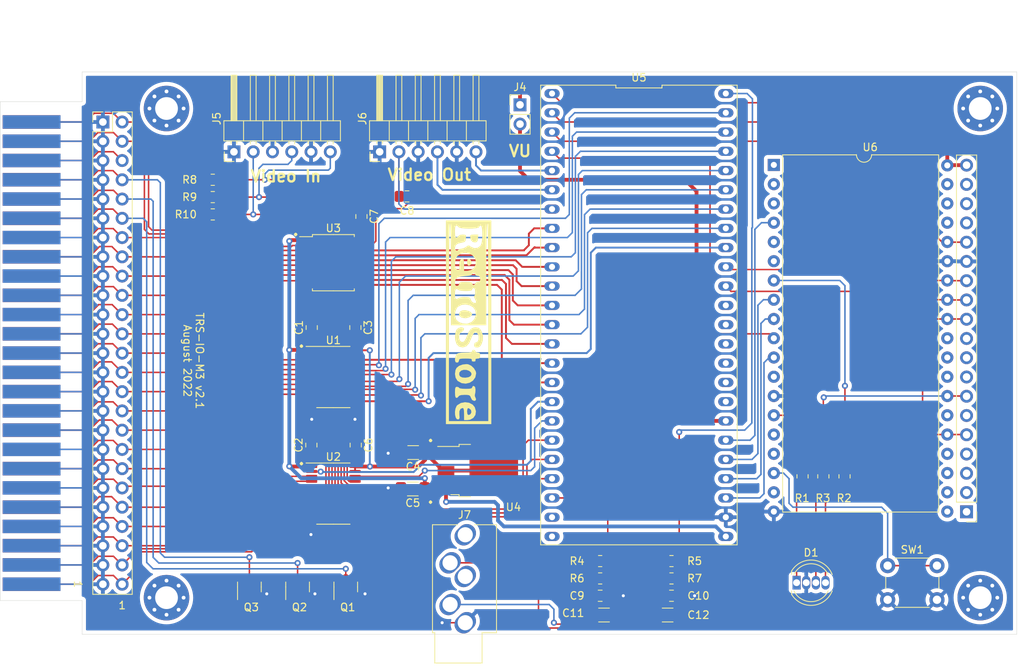
<source format=kicad_pcb>
(kicad_pcb (version 20211014) (generator pcbnew)
  (layers (0 "F.Cu" signal) (31 "B.Cu" signal) (34 "B.Paste" user) (35 "F.Paste" user) (36 "B.SilkS" user "B.Silkscreen") (37 "F.SilkS" user "F.Silkscreen") (38 "B.Mask" user) (39 "F.Mask" user) (44 "Edge.Cuts" user))
  (net 0 "")
  (net 1 "+5V")
  (net 2 "GND")
  (net 3 "+3V3")
  (net 4 "VIDEO_O")
  (net 5 "_IN")
  (net 6 "_OUT")
  (net 7 "_RESET")
  (net 8 "_IOINT")
  (net 9 "_IOWAIT")
  (net 10 "_EXTIOSEL")
  (net 11 "NC")
  (net 12 "_M1")
  (net 13 "_IORQ")
  (net 19 "A2D5")
  (net 20 "D4")
  (net 21 "A0D7")
  (net 22 "D7")
  (net 23 "A1D6")
  (net 24 "D1")
  (net 26 "D6")
  (net 27 "A0")
  (net 28 "D3")
  (net 29 "A1")
  (net 30 "D5")
  (net 31 "D0")
  (net 32 "A4")
  (net 33 "D2")
  (net 35 "A3")
  (net 36 "A5")
  (net 37 "A7")
  (net 38 "A6")
  (net 40 "A2")
  (net 41 "WAIT")
  (net 42 "+1V8")
  (net 43 "VIDEO")
  (net 44 "VSYNC")
  (net 45 "HSYNC")
  (net 46 "VSYNC_O")
  (net 47 "ESP_S0")
  (net 48 "ESP_S1")
  (net 49 "SCK")
  (net 50 "MOSI")
  (net 51 "HSYNC_O")
  (net 52 "EXTIOSEL")
  (net 53 "A3D4")
  (net 54 "A4D3")
  (net 55 "A5D2")
  (net 56 "READ_N")
  (net 57 "MISO")
  (net 58 "A6D1")
  (net 59 "A7D0")
  (net 60 "ABUS_SEL_N")
  (net 61 "_INX")
  (net 62 "_OUTX")
  (net 63 "_RESETX")
  (net 64 "_M1X")
  (net 65 "_IORQX")
  (net 66 "HSYNCX")
  (net 67 "VSYNCX")
  (net 76 "DBUS_SEL_N")
  (net 77 "BUTTON")
  (net 78 "LED_GREEN")
  (net 79 "LED_BLUE")
  (net 80 "LED_RED")
  (net 81 "Net-(D1-Pad4)")
  (net 82 "Net-(D1-Pad3)")
  (net 83 "Net-(D1-Pad1)")
  (net 85 "CS_SD_CARD")
  (net 87 "VU")
  (net 88 "VIDEOX")
  (net 89 "INT")
  (net 90 "DONE")
  (net 92 "CS_FPGA")
  (net 93 "ESP_S2")
  (net 96 "REQ")
  (net 101 "Net-(C11-Pad2)")
  (net 104 "Net-(C10-Pad1)")
  (net 110 "Net-(C11-Pad1)")
  (net 111 "Net-(C12-Pad1)")
  (net 112 "CASS_OUT_LEFT")
  (net 113 "CASS_OUT_RIGHT")
  (footprint "MountingHole:MountingHole_3mm_Pad_Via" (layer "F.Cu") (at 124.714 60.96)
    (fp_text reference "H1" hide)
    (fp_text value "MountingHole")
  )
  (footprint "MountingHole:MountingHole_3mm_Pad_Via" (layer "F.Cu") (at 231.95 60.96)
    (fp_text reference "H2" hide)
    (fp_text value "MountingHole")
  )
  (footprint "MountingHole:MountingHole_3mm_Pad_Via" (layer "F.Cu") (at 124.714 125.476)
    (fp_text reference "H3" hide)
    (fp_text value "MountingHole")
  )
  (footprint "MountingHole:MountingHole_3mm_Pad_Via" (layer "F.Cu") (at 231.95 125.476)
    (fp_text reference "H4" hide)
    (fp_text value "MountingHole")
  )
  (footprint "Resistor_SMD:R_0805_2012Metric_Pad1.20x1.40mm_HandSolder" (layer "F.Cu") (at 130.81 72.644 180)
    (fp_text reference "R9")
    (fp_text value "10K")
  )
  (footprint "Resistor_SMD:R_0805_2012Metric_Pad1.20x1.40mm_HandSolder" (layer "F.Cu") (at 130.81 70.358 180)
    (fp_text reference "R8")
    (fp_text value "10K")
  )
  (footprint "Resistor_SMD:R_0805_2012Metric_Pad1.20x1.40mm_HandSolder" (layer "F.Cu") (at 208.534 109.474 -90)
    (fp_text reference "R1")
    (fp_text value "100")
  )
  (footprint "Resistor_SMD:R_0805_2012Metric_Pad1.20x1.40mm_HandSolder" (layer "F.Cu") (at 214.068 109.474 -90)
    (fp_text reference "R2")
    (fp_text value "100")
  )
  (footprint "Connector_PinHeader_2.54mm:PinHeader_1x06_P2.54mm_Horizontal" (layer "F.Cu") (at 133.6 66.675 90)
    (fp_text reference "J5")
    (fp_text value "Conn_01x06_Male")
  )
  (footprint "Capacitor_SMD:C_0805_2012Metric_Pad1.18x1.45mm_HandSolder" (layer "F.Cu") (at 149.65 105.35 -90)
    (fp_text reference "C6")
    (fp_text value "0.1uF")
  )
  (footprint "TRS-IO-M1:DIP-48_W22.9mm" (layer "F.Cu") (at 186.97 88.195 -90)
    (fp_text reference "U5")
    (fp_text value "Tango_Nano_9K")
  )
  (footprint "Capacitor_SMD:C_0805_2012Metric_Pad1.18x1.45mm_HandSolder" (layer "F.Cu") (at 143.85 89.85 90)
    (fp_text reference "C1")
    (fp_text value "0.1uF")
  )
  (footprint "Capacitor_SMD:C_0805_2012Metric_Pad1.18x1.45mm_HandSolder" (layer "F.Cu") (at 150.4 75.2 -90)
    (fp_text reference "C7")
    (fp_text value "0.1uF")
  )
  (footprint "Package_TO_SOT_SMD:TO-252-3_TabPin2" (layer "F.Cu") (at 165.744 108.713)
    (fp_text reference "U4")
    (fp_text value "LD1117DT18TR")
  )
  (footprint "Package_SO:TSSOP-24_4.4x7.8mm_P0.65mm" (layer "F.Cu") (at 146.7 111.75)
    (fp_text reference "U2")
    (fp_text value "SN74LVCH8T245")
  )
  (footprint "Capacitor_SMD:C_0805_2012Metric_Pad1.18x1.45mm_HandSolder" (layer "F.Cu") (at 149.6 89.85 -90)
    (fp_text reference "C3")
    (fp_text value "0.1uF")
  )
  (footprint "TRS-IO-M3:Jack_3.5mm_CUI_SJ1-3535NG_Horizontal_CircularHoles" (layer "F.Cu") (at 164.084 128.778 180)
    (fp_text reference "J7")
    (fp_text value "AudioJack3")
  )
  (footprint "Package_TO_SOT_SMD:SOT-23" (layer "F.Cu") (at 141.986 124.06 90)
    (fp_text reference "Q2")
    (fp_text value "2N7002")
  )
  (footprint "Resistor_SMD:R_0805_2012Metric_Pad1.20x1.40mm_HandSolder" (layer "F.Cu") (at 191.262 122.936)
    (fp_text reference "R7")
    (fp_text value "150R")
  )
  (footprint "Capacitor_SMD:C_1206_3216Metric_Pad1.33x1.80mm_HandSolder" (layer "F.Cu") (at 157.219 106.338 180)
    (fp_text reference "C4")
    (fp_text value "10u")
  )
  (footprint "Connector_PinHeader_2.54mm:PinHeader_1x02_P2.54mm_Vertical" (layer "F.Cu") (at 171.3 60.475)
    (fp_text reference "J4")
    (fp_text value "Conn_01x02_Male")
  )
  (footprint "Capacitor_SMD:C_1206_3216Metric_Pad1.33x1.80mm_HandSolder" (layer "F.Cu") (at 190.754 127.762 180)
    (fp_text reference "C12")
    (fp_text value "10U")
  )
  (footprint "TRS-IO-M1:DIP-38_W22.9mm" (layer "F.Cu") (at 204.75 68.4)
    (fp_text reference "U6")
    (fp_text value "HiLetgo-ESP-32S")
  )
  (footprint "Capacitor_SMD:C_0805_2012Metric_Pad1.18x1.45mm_HandSolder" (layer "F.Cu") (at 181.864 125.222)
    (fp_text reference "C9")
    (fp_text value "100N")
  )
  (footprint "TRS-IO:EDGE50" (layer "F.Cu") (at 106.934 84.963 -90)
    (fp_text reference "J1" hide)
    (fp_text value "Conn_02x25_Odd_Even")
  )
  (footprint "Package_TO_SOT_SMD:SOT-23" (layer "F.Cu") (at 148.336 124.06 90)
    (fp_text reference "Q1")
    (fp_text value "2N7002")
  )
  (footprint "LOGO" (layer "F.Cu") (at 164.592 89.154 -90)
    (fp_text reference "G1" hide)
    (fp_text value "LOGO" hide)
  )
  (footprint "Connector_PinHeader_2.54mm:PinHeader_1x06_P2.54mm_Horizontal" (layer "F.Cu") (at 152.8 66.675 90)
    (fp_text reference "J6")
    (fp_text value "Conn_01x06_Male")
  )
  (footprint "Resistor_SMD:R_0805_2012Metric_Pad1.20x1.40mm_HandSolder" (layer "F.Cu") (at 211.274 109.474 -90)
    (fp_text reference "R3")
    (fp_text value "100")
  )
  (footprint "Capacitor_SMD:C_0805_2012Metric_Pad1.18x1.45mm_HandSolder" (layer "F.Cu") (at 191.262 125.222)
    (fp_text reference "C10")
    (fp_text value "100N")
  )
  (footprint "Resistor_SMD:R_0805_2012Metric_Pad1.20x1.40mm_HandSolder" (layer "F.Cu") (at 181.864 120.65)
    (fp_text reference "R4")
    (fp_text value "270R")
  )
  (footprint "Resistor_SMD:R_0805_2012Metric_Pad1.20x1.40mm_HandSolder" (layer "F.Cu") (at 181.864 122.936)
    (fp_text reference "R6")
    (fp_text value "150R")
  )
  (footprint "LED_THT:LED_D5.0mm-4_RGB" (layer "F.Cu") (at 207.75 123.5)
    (fp_text reference "D1")
    (fp_text value "LED_RCBG")
  )
  (footprint "Resistor_SMD:R_0805_2012Metric_Pad1.20x1.40mm_HandSolder" (layer "F.Cu") (at 191.262 120.65)
    (fp_text reference "R5")
    (fp_text value "270R")
  )
  (footprint "TRS-IO:Pin_Header_Straight_2x25_Pitch2.54mm" (layer "F.Cu") (at 116.327 62.743)
    (fp_text reference "J2" hide)
    (fp_text value "Conn_02x25_Odd_Even")
  )
  (footprint "Capacitor_SMD:C_1206_3216Metric_Pad1.33x1.80mm_HandSolder" (layer "F.Cu") (at 182.372 127.762 180)
    (fp_text reference "C11")
    (fp_text value "10U")
  )
  (footprint "Capacitor_SMD:C_0805_2012Metric_Pad1.18x1.45mm_HandSolder" (layer "F.Cu") (at 143.8 105.35 90)
    (fp_text reference "C2")
    (fp_text value "0.1uF")
  )
  (footprint "Button_Switch_THT:SW_PUSH_6mm_H9.5mm" (layer "F.Cu") (at 226.25 125.75 180)
    (fp_text reference "SW1")
    (fp_text value "SW_Push")
  )
  (footprint "Package_SO:TSSOP-24_4.4x7.8mm_P0.65mm" (layer "F.Cu") (at 146.7 96.375)
    (fp_text reference "U1")
    (fp_text value "SN74LVCH8T245")
  )
  (footprint "Capacitor_SMD:C_1206_3216Metric_Pad1.33x1.80mm_HandSolder" (layer "F.Cu") (at 157.169 111.138 180)
    (fp_text reference "C5")
    (fp_text value "100u")
  )
  (footprint "Capacitor_SMD:C_0805_2012Metric_Pad1.18x1.45mm_HandSolder" (layer "F.Cu") (at 156.4125 72.55)
    (fp_text reference "C8")
    (fp_text value "100")
  )
  (footprint "Package_SO:SSOP-20_5.3x7.2mm_P0.65mm" (layer "F.Cu") (at 146.7 81.3)
    (fp_text reference "U3")
    (fp_text value "74LVC245")
  )
  (footprint "Connector_PinHeader_2.54mm:PinHeader_1x19_P2.54mm_Vertical" (layer "F.Cu") (at 230.15 114.15 180)
    (fp_text reference "J3" hide)
    (fp_text value "Conn_01x19")
  )
  (footprint "Resistor_SMD:R_0805_2012Metric_Pad1.20x1.40mm_HandSolder" (layer "F.Cu") (at 130.81 74.93 180)
    (fp_text reference "R10")
    (fp_text value "10K")
  )
  (footprint "Package_TO_SOT_SMD:SOT-23" (layer "F.Cu") (at 135.636 124.06 90)
    (fp_text reference "Q3")
    (fp_text value "2N7002")
  )
  (gr_line (start 113.5888 130.302) (end 236.776 130.302) (layer "Edge.Cuts") (width 0.05))
  (gr_line (start 102.7938 125.857) (end 102.7938 60.071) (layer "Edge.Cuts") (width 0.05))
  (gr_line (start 113.5889 60.071) (end 113.5889 56.134) (layer "Edge.Cuts") (width 0.05))
  (gr_line (start 236.776 56.134) (end 236.776 130.302) (layer "Edge.Cuts") (width 0.05))
  (gr_line (start 113.589 56.134) (end 236.776 56.134) (layer "Edge.Cuts") (width 0.05))
  (gr_line (start 113.5888 125.857) (end 113.5888 130.302) (layer "Edge.Cuts") (width 0.05))
  (gr_line (start 102.7938 125.857) (end 113.5888 125.857) (layer "Edge.Cuts") (width 0.05))
  (gr_line (start 102.7938 60.071) (end 113.5888 60.071) (layer "Edge.Cuts") (width 0.05))
  (gr_text "1" (at 113.03 123.698 270) (layer "F.SilkS") (effects (font (size 1 1))))
  (gr_text "." (at 142.494 91.694) (layer "F.SilkS") (effects (font (size 1.5 1.5) (thickness 0.3)) (justify mirror)))
  (gr_text "." (at 141.732 76.962) (layer "F.SilkS") (effects (font (size 1.5 1.5) (thickness 0.3)) (justify mirror)))
  (gr_text "." (at 159.506757 112.268) (layer "F.SilkS") (effects (font (size 1.5 1.5) (thickness 0.3)) (justify mirror)))
  (gr_text "." (at 142.494 107.188) (layer "F.SilkS") (effects (font (size 1.5 1.5) (thickness 0.3)) (justify mirror)))
  (gr_text "Video Out" (at 159.35 69.7) (layer "F.SilkS") (effects (font (size 1.5 1.5) (thickness 0.3))))
  (gr_text "TRS-IO-M3 v2.1\nAugust 2022" (at 128.27 94.234 270) (layer "F.SilkS") (effects (font (size 1 1))))
  (gr_text "Video In" (at 140.45 69.9) (layer "F.SilkS") (effects (font (size 1.5 1.5) (thickness 0.3))))
  (gr_text "1" (at 118.872 126.492) (layer "F.SilkS") (effects (font (size 1 1))))
  (gr_text "." (at 159.512 104.14) (layer "F.SilkS") (effects (font (size 1.5 1.5) (thickness 0.3)) (justify mirror)))
  (gr_text "VU" (at 171.3 66.571) (layer "F.SilkS") (effects (font (size 1.5 1.5) (thickness 0.3))))
  (segment (start 171.3 60.475) (end 171.3 58.57) (width 0.50038) (layer "F.Cu") (net 1))
  (segment (start 230.15 68.43) (end 227.6435 68.43) (width 0.50038) (layer "F.Cu") (net 1))
  (segment (start 226.06 57.404) (end 227.61 58.954) (width 0.50038) (layer "F.Cu") (net 1))
  (segment (start 172.466 57.404) (end 226.06 57.404) (width 0.50038) (layer "F.Cu") (net 1))
  (segment (start 227.6435 68.43) (end 227.61 68.4635) (width 0.50038) (layer "F.Cu") (net 1))
  (segment (start 171.3 58.57) (end 172.466 57.404) (width 0.50038) (layer "F.Cu") (net 1))
  (segment (start 227.61 58.954) (end 227.61 68.4635) (width 0.50038) (layer "F.Cu") (net 1))
  (segment (start 192.262 125.1845) (end 192.2995 125.222) (width 0.2) (layer "F.Cu") (net 2))
  (segment (start 149.5625 101.9375) (end 149.55 101.95) (width 0.2) (layer "F.Cu") (net 2))
  (segment (start 149.5625 99.95) (end 149.5625 101.9375) (width 0.2) (layer "F.Cu") (net 2))
  (segment (start 143.8 104.3125) (end 143.8 102) (width 0.2) (layer "F.Cu") (net 2))
  (segment (start 130.429 66.675) (end 133.6 66.675) (width 0.2) (layer "F.Cu") (net 2))
  (segment (start 155.956 104.394) (end 155.6565 104.6935) (width 0.2) (layer "F.Cu") (net 2))
  (segment (start 150.4 74.1625) (end 155.8375 74.1625) (width 0.2) (layer "F.Cu") (net 2))
  (segment (start 129.81 70.358) (end 129.81 67.294) (width 0.2) (layer "F.Cu") (net 2))
  (segment (start 145.425 84.225) (end 143.2 84.225) (width 0.2) (layer "F.Cu") (net 2))
  (segment (start 143.8375 115.325) (end 149.5625 115.325) (width 0.2) (layer "F.Cu") (net 2))
  (segment (start 146.65 79.65) (end 146.65 83) (width 0.2) (layer "F.Cu") (net 2))
  (segment (start 144.2425 124.9975) (end 144.272 124.968) (width 0.2) (layer "F.Cu") (net 2))
  (segment (start 129.81 72.644) (end 129.81 74.93) (width 0.2) (layer "F.Cu") (net 2))
  (segment (start 155.6565 106.338) (end 154.012 106.338) (width 0.2) (layer "F.Cu") (net 2))
  (segment (start 164.084 128.778) (end 161.036 128.778) (width 0.2) (layer "F.Cu") (net 2))
  (segment (start 143.8375 99.3) (end 143.8375 99.95) (width 0.2) (layer "F.Cu") (net 2))
  (segment (start 143.8375 101.9375) (end 143.85 101.95) (width 0.2) (layer "F.Cu") (net 2))
  (segment (start 154.064 111.138) (end 153.924 110.998) (width 0.2) (layer "F.Cu") (net 2))
  (segment (start 129.81 70.358) (end 129.81 72.644) (width 0.2) (layer "F.Cu") (net 2))
  (segment (start 143.2 88.1625) (end 143.85 88.8125) (width 0.2) (layer "F.Cu") (net 2))
  (segment (start 149.65 104.3125) (end 149.65 102.05) (width 0.2) (layer "F.Cu") (net 2))
  (segment (start 143.8375 117.0625) (end 143.75 117.15) (width 0.2) (layer "F.Cu") (net 2))
  (segment (start 155.6065 111.138) (end 154.064 111.138) (width 0.2) (layer "F.Cu") (net 2))
  (segment (start 192.262 122.936) (end 192.262 125.1845) (width 0.2) (layer "F.Cu") (net 2))
  (segment (start 182.864 122.936) (end 182.864 125.1845) (width 0.2) (layer "F.Cu") (net 2))
  (segment (start 161.29 104.394) (end 155.956 104.394) (width 0.2) (layer "F.Cu") (net 2))
  (segment (start 136.586 124.9975) (end 137.8925 124.9975) (width 0.2) (layer "F.Cu") (net 2))
  (segment (start 192.2995 125.222) (end 194.31 125.222) (width 0.2) (layer "F.Cu") (net 2))
  (segment (start 151.725 79.025) (end 152.3 78.45) (width 0.2) (layer "F.Cu") (net 2))
  (segment (start 182.9015 125.222) (end 184.912 125.222) (width 0.2) (layer "F.Cu") (net 2))
  (segment (start 157.88 72.12) (end 157.88 66.675) (width 0.2) (layer "F.Cu") (net 2))
  (segment (start 182.864 125.1845) (end 182.9015 125.222) (width 0.2) (layer "F.Cu") (net 2))
  (segment (start 143.8 102) (end 143.85 101.95) (width 0.2) (layer "F.Cu") (net 2))
  (segment (start 150.2 79.025) (end 147.275 79.025) (width 0.2) (layer "F.Cu") (net 2))
  (segment (start 149.65 102.05) (end 149.55 101.95) (width 0.2) (layer "F.Cu") (net 2))
  (segment (start 142.936 124.9975) (end 144.2425 124.9975) (width 0.2) (layer "F.Cu") (net 2))
  (segment (start 149.6 88.8125) (end 143.85 88.8125) (width 0.2) (layer "F.Cu") (net 2))
  (segment (start 155.6375 115.5) (end 155.6375 110.75) (width 0.2) (layer "F.Cu") (net 2))
  (segment (start 155.8375 74.1625) (end 157.45 72.55) (width 0.2) (layer "F.Cu") (net 2))
  (segment (start 137.8925 124.9975) (end 137.922 124.968) (width 0.2) (layer "F.Cu") (net 2))
  (segment (start 150.8465 124.9975) (end 150.876 124.968) (width 0.2) (layer "F.Cu") (net 2))
  (segment (start 146.65 83) (end 145.425 84.225) (width 0.2) (layer "F.Cu") (net 2))
  (segment (start 129.81 67.294) (end 130.429 66.675) (width 0.2) (layer "F.Cu") (net 2))
  (segment (start 143.8375 114.675) (end 143.8375 115.325) (width 0.2) (layer "F.Cu") (net 2))
  (segment (start 155.6565 104.6935) (end 155.6565 106.338) (width 0.2) (layer "F.Cu") (net 2))
  (segment (start 155.6375 115.5) (end 149.7375 115.5) (width 0.2) (layer "F.Cu") (net 2))
  (segment (start 143.8375 115.325) (end 143.8375 117.0625) (width 0.2) (layer "F.Cu") (net 2))
  (segment (start 152.3 74.8) (end 151.6625 74.1625) (width 0.2) (layer "F.Cu") (net 2))
  (segment (start 157.45 72.55) (end 157.88 72.12) (width 0.2) (layer "F.Cu") (net 2))
  (segment (start 149.286 124.9975) (end 150.8465 124.9975) (width 0.2) (layer "F.Cu") (net 2))
  (segment (start 161.544 106.433) (end 161.544 104.648) (width 0.2) (layer "F.Cu") (net 2))
  (segment (start 152.3 78.45) (end 152.3 74.8) (width 0.2) (layer "F.Cu") (net 2))
  (segment (start 149.7375 115.5) (end 149.5625 115.325) (width 0.2) (layer "F.Cu") (net 2))
  (segment (start 147.275 79.025) (end 146.65 79.65) (width 0.2) (layer "F.Cu") (net 2))
  (segment (start 161.544 104.648) (end 161.29 104.394) (width 0.2) (layer "F.Cu") (net 2))
  (segment (start 143.8375 99.95) (end 143.8375 101.9375) (width 0.2) (layer "F.Cu") (net 2))
  (segment (start 143.2 84.225) (end 143.2 88.1625) (width 0.2) (layer "F.Cu") (net 2))
  (segment (start 150.2 79.025) (end 151.725 79.025) (width 0.2) (layer "F.Cu") (net 2))
  (segment (start 154.012 106.338) (end 153.924 106.426) (width 0.2) (layer "F.Cu") (net 2))
  (segment (start 151.6625 74.1625) (end 150.4 74.1625) (width 0.2) (layer "F.Cu") (net 2))
  (via (at 150.876 124.968) (size 0.8) (drill 0.4) (layers "F.Cu" "B.Cu") (net 2))
  (via (at 149.55 101.95) (size 0.8) (drill 0.4) (layers "F.Cu" "B.Cu") (net 2))
  (via (at 184.912 125.222) (size 0.8) (drill 0.4) (layers "F.Cu" "B.Cu") (net 2))
  (via (at 137.922 124.968) (size 0.8) (drill 0.4) (layers "F.Cu" "B.Cu") (net 2))
  (via (at 143.75 117.15) (size 0.8) (drill 0.4) (layers "F.Cu" "B.Cu") (net 2))
  (via (at 153.924 110.998) (size 0.8) (drill 0.4) (layers "F.Cu" "B.Cu") (net 2))
  (via (at 161.036 128.778) (size 0.8) (drill 0.4) (layers "F.Cu" "B.Cu") (net 2))
  (via (at 153.924 106.426) (size 0.8) (drill 0.4) (layers "F.Cu" "B.Cu") (net 2))
  (via (at 144.272 124.968) (size 0.8) (drill 0.4) (layers "F.Cu" "B.Cu") (net 2))
  (via (at 194.31 125.222) (size 0.8) (drill 0.4) (layers "F.Cu" "B.Cu") (net 2))
  (via (at 143.85 101.95) (size 0.8) (drill 0.4) (layers "F.Cu" "B.Cu") (net 2))
  (segment (start 116.322 88.138) (end 116.327 88.143) (width 0.2) (layer "B.Cu") (net 2))
  (segment (start 106.934 77.978) (end 116.322 77.978) (width 0.2) (layer "B.Cu") (net 2))
  (segment (start 106.934 93.218) (end 116.322 93.218) (width 0.2) (layer "B.Cu") (net 2))
  (segment (start 106.934 80.518) (end 116.322 80.518) (width 0.2) (layer "B.Cu") (net 2))
  (segment (start 116.322 98.298) (end 116.327 98.303) (width 0.2) (layer "B.Cu") (net 2))
  (segment (start 106.934 95.758) (end 116.322 95.758) (width 0.2) (layer "B.Cu") (net 2))
  (segment (start 106.934 113.538) (end 116.322 113.538) (width 0.2) (layer "B.Cu") (net 2))
  (segment (start 116.322 123.698) (end 116.327 123.703) (width 0.2) (layer "B.Cu") (net 2))
  (segment (start 116.322 108.458) (end 116.327 108.463) (width 0.2) (layer "B.Cu") (net 2))
  (segment (start 106.934 65.278) (end 116.322 65.278) (width 0.2) (layer "B.Cu") (net 2))
  (segment (start 106.934 72.898) (end 116.322 72.898) (width 0.2) (layer "B.Cu") (net 2))
  (segment (start 116.322 105.918) (end 116.327 105.923) (width 0.2) (layer "B.Cu") (net 2))
  (segment (start 106.934 98.298) (end 116.322 98.298) (width 0.2) (layer "B.Cu") (net 2))
  (segment (start 106.934 62.738) (end 116.322 62.738) (width 0.2) (layer "B.Cu") (net 2))
  (segment (start 106.934 83.058) (end 116.322 83.058) (width 0.2) (layer "B.Cu") (net 2))
  (segment (start 106.934 75.438) (end 116.322 75.438) (width 0.2) (layer "B.Cu") (net 2))
  (segment (start 106.934 67.818) (end 116.322 67.818) (width 0.2) (layer "B.Cu") (net 2))
  (segment (start 116.322 85.598) (end 116.327 85.603) (width 0.2) (layer "B.Cu") (net 2))
  (segment (start 116.322 118.618) (end 116.327 118.623) (width 0.2) (layer "B.Cu") (net 2))
  (segment (start 116.322 67.818) (end 116.327 67.823) (width 0.2) (layer "B.Cu") (net 2))
  (segment (start 116.322 72.898) (end 116.327 72.903) (width 0.2) (layer "B.Cu") (net 2))
  (segment (start 106.934 108.458) (end 116.322 108.458) (width 0.2) (layer "B.Cu") (net 2))
  (segment (start 116.322 80.518) (end 116.327 80.523) (width 0.2) (layer "B.Cu") (net 2))
  (segment (start 106.934 103.378) (end 116.322 103.378) (width 0.2) (layer "B.Cu") (net 2))
  (segment (start 116.322 83.058) (end 116.327 83.063) (width 0.2) (layer "B.Cu") (net 2))
  (segment (start 106.934 88.138) (end 116.322 88.138) (width 0.2) (layer "B.Cu") (net 2))
  (segment (start 106.934 118.618) (end 116.322 118.618) (width 0.2) (layer "B.Cu") (net 2))
  (segment (start 116.322 121.158) (end 116.327 121.163) (width 0.2) (layer "B.Cu") (net 2))
  (segment (start 116.322 110.998) (end 116.327 111.003) (width 0.2) (layer "B.Cu") (net 2))
  (segment (start 106.934 105.918) (end 116.322 105.918) (width 0.2) (layer "B.Cu") (net 2))
  (segment (start 116.322 65.278) (end 116.327 65.283) (width 0.2) (layer "B.Cu") (net 2))
  (segment (start 116.322 113.538) (end 116.327 113.543) (width 0.2) (layer "B.Cu") (net 2))
  (segment (start 106.934 123.698) (end 116.322 123.698) (width 0.2) (layer "B.Cu") (net 2))
  (segment (start 116.322 116.078) (end 116.327 116.083) (width 0.2) (layer "B.Cu") (net 2))
  (segment (start 116.322 75.438) (end 116.327 75.443) (width 0.2) (layer "B.Cu") (net 2))
  (segment (start 116.322 103.378) (end 116.327 103.383) (width 0.2) (layer "B.Cu") (net 2))
  (segment (start 106.934 100.838) (end 116.322 100.838) (width 0.2) (layer "B.Cu") (net 2))
  (segment (start 116.322 100.838) (end 116.327 100.843) (width 0.2) (layer "B.Cu") (net 2))
  (segment (start 106.934 85.598) (end 116.322 85.598) (width 0.2) (layer "B.Cu") (net 2))
  (segment (start 116.322 90.678) (end 116.327 90.683) (width 0.2) (layer "B.Cu") (net 2))
  (segment (start 106.934 116.078) (end 116.322 116.078) (width 0.2) (layer "B.Cu") (net 2))
  (segment (start 116.322 93.218) (end 116.327 93.223) (width 0.2) (layer "B.Cu") (net 2))
  (segment (start 116.322 70.358) (end 116.327 70.363) (width 0.2) (layer "B.Cu") (net 2))
  (segment (start 106.934 90.678) (end 116.322 90.678) (width 0.2) (layer "B.Cu") (net 2))
  (segment (start 116.322 62.738) (end 116.327 62.743) (width 0.2) (layer "B.Cu") (net 2))
  (segment (start 116.322 95.758) (end 116.327 95.763) (width 0.2) (layer "B.Cu") (net 2))
  (segment (start 116.322 77.978) (end 116.327 77.983) (width 0.2) (layer "B.Cu") (net 2))
  (segment (start 106.934 70.358) (end 116.322 70.358) (width 0.2) (layer "B.Cu") (net 2))
  (segment (start 106.934 110.998) (end 116.322 110.998) (width 0.2) (layer "B.Cu") (net 2))
  (segment (start 106.934 121.158) (end 116.322 121.158) (width 0.2) (layer "B.Cu") (net 2))
  (segment (start 143.8375 92.8) (end 143.8375 93.45) (width 0.50038) (layer "F.Cu") (net 3))
  (segment (start 150.4 78.175) (end 150.25019 78.32481) (width 0.50038) (layer "F.Cu") (net 3))
  (segment (start 150.4 76.2375) (end 150.4 78.175) (width 0.50038) (layer "F.Cu") (net 3))
  (segment (start 143.85 92.7875) (end 143.8375 92.8) (width 0.50038) (layer "F.Cu") (net 3))
  (segment (start 140.9 78.45) (end 141.02519 78.32481) (width 0.50038) (layer "F.Cu") (net 3))
  (segment (start 161.544 110.993) (end 158.8765 110.993) (width 0.50038) (layer "F.Cu") (net 3))
  (segment (start 140.925 108.175) (end 140.9 108.15) (width 0.50038) (layer "F.Cu") (net 3))
  (segment (start 158.75 111.1195) (end 158.7315 111.138) (width 0.50038) (layer "F.Cu") (net 3))
  (segment (start 141.02519 78.32481) (end 143.14981 78.32481) (width 0.50038) (layer "F.Cu") (net 3))
  (segment (start 143.85 90.8875) (end 143.85 92.7875) (width 0.50038) (layer "F.Cu") (net 3))
  (segment (start 143.8 108.1375) (end 143.8375 108.175) (width 0.50038) (layer "F.Cu") (net 3))
  (segment (start 158.75 109.728) (end 158.75 111.1195) (width 0.50038) (layer "F.Cu") (net 3))
  (segment (start 150.2 78.375) (end 143.2 78.375) (width 0.2) (layer "F.Cu") (net 3))
  (segment (start 143.8375 108.175) (end 140.925 108.175) (width 0.50038) (layer "F.Cu") (net 3))
  (segment (start 150.25019 78.32481) (end 150.2 78.32481) (width 0.50038) (layer "F.Cu") (net 3))
  (segment (start 143.8 106.3875) (end 143.8 108.1375) (width 0.50038) (layer "F.Cu") (net 3))
  (segment (start 161.544 110.993) (end 161.544 112.813) (width 0.50038) (layer "F.Cu") (net 3))
  (segment (start 143.8375 92.8) (end 140.9 92.8) (width 0.50038) (layer "F.Cu") (net 3))
  (via (at 158.75 109.728) (size 0.8) (drill 0.4) (layers "F.Cu" "B.Cu") (net 3))
  (via (at 140.9 78.45) (size 0.8) (drill 0.4) (layers "F.Cu" "B.Cu") (net 3))
  (via (at 140.9 92.8) (size 0.8) (drill 0.4) (layers "F.Cu" "B.Cu") (net 3))
  (via (at 140.9 108.15) (size 0.8) (drill 0.4) (layers "F.Cu" "B.Cu") (net 3))
  (via (at 161.569 112.838) (size 0.8) (drill 0.4) (layers "F.Cu" "B.Cu") (net 3))
  (segment (start 197.093 116.078) (end 169.164 116.078) (width 0.50038) (layer "B.Cu") (net 3))
  (segment (start 167.956 112.838) (end 161.569 112.838) (width 0.50038) (layer "B.Cu") (net 3))
  (segment (start 169.164 116.078) (end 168.402 115.316) (width 0.50038) (layer "B.Cu") (net 3))
  (segment (start 168.402 115.316) (end 168.402 113.284) (width 0.50038) (layer "B.Cu") (net 3))
  (segment (start 198.42 117.405) (end 197.093 116.078) (width 0.50038) (layer "B.Cu") (net 3))
  (segment (start 142.478 109.728) (end 142.494 109.728) (width 0.50038) (layer "B.Cu") (net 3))
  (segment (start 168.402 113.284) (end 167.956 112.838) (width 0.50038) (layer "B.Cu") (net 3))
  (segment (start 140.9 92.8) (end 140.9 78.45) (width 0.50038) (layer "B.Cu") (net 3))
  (segment (start 142.494 109.728) (end 158.75 109.728) (width 0.50038) (layer "B.Cu") (net 3))
  (segment (start 140.9 108.15) (end 142.478 109.728) (width 0.50038) (layer "B.Cu") (net 3))
  (segment (start 140.9 108.15) (end 140.9 92.8) (width 0.50038) (layer "B.Cu") (net 3))
  (segment (start 155.34 72.515) (end 155.34 66.675) (width 0.2) (layer "F.Cu") (net 4))
  (segment (start 155.375 72.55) (end 155.34 72.515) (width 0.2) (layer "F.Cu") (net 4))
  (segment (start 156.013 74.225) (end 175.52 74.225) (width 0.2) (layer "B.Cu") (net 4))
  (segment (start 155.34 66.675) (end 155.34 73.552) (width 0.2) (layer "B.Cu") (net 4))
  (segment (start 155.34 73.552) (end 156.013 74.225) (width 0.2) (layer "B.Cu") (net 4))
  (segment (start 117.637367 81.833367) (end 118.867 83.063) (width 0.2) (layer "F.Cu") (net 5))
  (segment (start 134.963 83.063) (end 135.575 83.675) (width 0.2) (layer "F.Cu") (net 5))
  (segment (start 106.934 83.058) (end 114.558 83.058) (width 0.2) (layer "F.Cu") (net 5))
  (segment (start 114.558 83.058) (end 115.782633 81.833367) (width 0.2) (layer "F.Cu") (net 5))
  (segment (start 118.867 83.063) (end 134.963 83.063) (width 0.2) (layer "F.Cu") (net 5))
  (segment (start 135.575 83.675) (end 142.925 83.675) (width 0.2) (layer "F.Cu") (net 5))
  (segment (start 115.782633 81.833367) (end 117.637367 81.833367) (width 0.2) (layer "F.Cu") (net 5))
  (segment (start 136.125 82.925) (end 143.2 82.925) (width 0.2) (layer "F.Cu") (net 6))
  (segment (start 106.934 80.518) (end 114.532 80.518) (width 0.2) (layer "F.Cu") (net 6))
  (segment (start 117.507367 79.163367) (end 118.867 80.523) (width 0.2) (layer "F.Cu") (net 6))
  (segment (start 118.867 80.523) (end 134.973 80.523) (width 0.2) (layer "F.Cu") (net 6))
  (segment (start 114.532 80.518) (end 115.886633 79.163367) (width 0.2) (layer "F.Cu") (net 6))
  (segment (start 134.973 80.523) (end 135.5 81.05) (width 0.2) (layer "F.Cu") (net 6))
  (segment (start 135.5 81.05) (end 135.5 82.3) (width 0.2) (layer "F.Cu") (net 6))
  (segment (start 135.5 82.3) (end 136.125 82.925) (width 0.2) (layer "F.Cu") (net 6))
  (segment (start 115.886633 79.163367) (end 117.507367 79.163367) (width 0.2) (layer "F.Cu") (net 6))
  (segment (start 114.522 77.978) (end 115.706633 76.793367) (width 0.2) (layer "F.Cu") (net 7))
  (segment (start 117.677367 76.793367) (end 118.867 77.983) (width 0.2) (layer "F.Cu") (net 7))
  (segment (start 118.867 77.983) (end 135.36 77.983) (width 0.2) (layer "F.Cu") (net 7))
  (segment (start 135.9 78.523) (end 135.9 81.65) (width 0.2) (layer "F.Cu") (net 7))
  (segment (start 115.706633 76.793367) (end 117.677367 76.793367) (width 0.2) (layer "F.Cu") (net 7))
  (segment (start 136.525 82.275) (end 143.2 82.275) (width 0.2) (layer "F.Cu") (net 7))
  (segment (start 135.36 77.983) (end 135.9 78.523) (width 0.2) (layer "F.Cu") (net 7))
  (segment (start 135.9 81.65) (end 136.525 82.275) (width 0.2) (layer "F.Cu") (net 7))
  (segment (start 106.934 77.978) (end 114.522 77.978) (width 0.2) (layer "F.Cu") (net 7))
  (segment (start 114.512 75.438) (end 115.726633 74.223367) (width 0.2) (layer "F.Cu") (net 8))
  (segment (start 106.934 75.438) (end 114.512 75.438) (width 0.2) (layer "F.Cu") (net 8))
  (segment (start 115.726633 74.223367) (end 117.647367 74.223367) (width 0.2) (layer "F.Cu") (net 8))
  (segment (start 117.647367 74.223367) (end 118.867 75.443) (width 0.2) (layer "F.Cu") (net 8))
  (segment (start 148.336 121.666) (end 148.336 123.1225) (width 0.2) (layer "F.Cu") (net 8))
  (via (at 148.336 121.666) (size 0.8) (drill 0.4) (layers "F.Cu" "B.Cu") (net 8))
  (segment (start 118.867 75.443) (end 121.643 75.443) (width 0.2) (layer "B.Cu") (net 8))
  (segment (start 122.1 75.9) (end 122.1 119.9) (width 0.2) (layer "B.Cu") (net 8))
  (segment (start 122.936 121.666) (end 148.336 121.666) (width 0.2) (layer "B.Cu") (net 8))
  (segment (start 121.643 75.443) (end 122.1 75.9) (width 0.2) (layer "B.Cu") (net 8))
  (segment (start 122.1 120.83) (end 122.936 121.666) (width 0.2) (layer "B.Cu") (net 8))
  (segment (start 122.1 119.9) (end 122.1 120.83) (width 0.2) (layer "B.Cu") (net 8))
  (segment (start 141.986 120.904) (end 141.986 123.1225) (width 0.2) (layer "F.Cu") (net 9))
  (segment (start 114.598 72.898) (end 115.743 71.753) (width 0.2) (layer "F.Cu") (net 9))
  (segment (start 115.743 71.753) (end 117.717 71.753) (width 0.2) (layer "F.Cu") (net 9))
  (segment (start 106.934 72.898) (end 114.598 72.898) (width 0.2) (layer "F.Cu") (net 9))
  (segment (start 117.717 71.753) (end 118.867 72.903) (width 0.2) (layer "F.Cu") (net 9))
  (via (at 141.986 120.904) (size 0.8) (drill 0.4) (layers "F.Cu" "B.Cu") (net 9))
  (segment (start 123.698 120.904) (end 141.986 120.904) (width 0.2) (layer "B.Cu") (net 9))
  (segment (start 123.444 120.65) (end 123.698 120.904) (width 0.2) (layer "B.Cu") (net 9))
  (segment (start 118.867 72.903) (end 122.653 72.903) (width 0.2) (layer "B.Cu") (net 9))
  (segment (start 122.95 119.7) (end 122.95 120.156) (width 0.2) (layer "B.Cu") (net 9))
  (segment (start 122.653 72.903) (end 122.95 73.2) (width 0.2) (layer "B.Cu") (net 9))
  (segment (start 122.95 120.156) (end 123.444 120.65) (width 0.2) (layer "B.Cu") (net 9))
  (segment (start 122.95 73.2) (end 122.95 119.7) (width 0.2) (layer "B.Cu") (net 9))
  (segment (start 106.934 70.358) (end 114.492 70.358) (width 0.2) (layer "F.Cu") (net 10))
  (segment (start 114.492 70.358) (end 115.7 69.15) (width 0.2) (layer "F.Cu") (net 10))
  (segment (start 135.636 120.142) (end 135.636 123.1225) (width 0.2) (layer "F.Cu") (net 10))
  (segment (start 115.7 69.15) (end 117.654 69.15) (width 0.2) (layer "F.Cu") (net 10))
  (segment (start 117.654 69.15) (end 118.867 70.363) (width 0.2) (layer "F.Cu") (net 10))
  (via (at 135.636 120.142) (size 0.8) (drill 0.4) (layers "F.Cu" "B.Cu") (net 10))
  (segment (start 123.9 119.582) (end 124.206 119.888) (width 0.2) (layer "B.Cu") (net 10))
  (segment (start 118.867 70.363) (end 123.513 70.363) (width 0.2) (layer "B.Cu") (net 10))
  (segment (start 123.513 70.363) (end 123.9 70.75) (width 0.2) (layer "B.Cu") (net 10))
  (segment (start 123.9 70.75) (end 123.9 119.3) (width 0.2) (layer "B.Cu") (net 10))
  (segment (start 124.46 120.142) (end 135.636 120.142) (width 0.2) (layer "B.Cu") (net 10))
  (segment (start 123.9 119.3) (end 123.9 119.582) (width 0.2) (layer "B.Cu") (net 10))
  (segment (start 124.206 119.888) (end 124.46 120.142) (width 0.2) (layer "B.Cu") (net 10))
  (segment (start 117.707367 66.663367) (end 118.867 67.823) (width 0.2) (layer "F.Cu") (net 11))
  (segment (start 115.736633 66.663367) (end 117.707367 66.663367) (width 0.2) (layer "F.Cu") (net 11))
  (segment (start 114.582 67.818) (end 115.736633 66.663367) (width 0.2) (layer "F.Cu") (net 11))
  (segment (start 106.934 67.818) (end 114.582 67.818) (width 0.2) (layer "F.Cu") (net 11))
  (segment (start 114.522 65.278) (end 115.667 64.133) (width 0.2) (layer "F.Cu") (net 12))
  (segment (start 136.45 77.776) (end 136.45 81.1) (width 0.2) (layer "F.Cu") (net 12))
  (segment (start 121.133 65.283) (end 121.8 65.95) (width 0.2) (layer "F.Cu") (net 12))
  (segment (start 115.667 64.133) (end 117.717 64.133) (width 0.2) (layer "F.Cu") (net 12))
  (segment (start 136.975 81.625) (end 143.2 81.625) (width 0.2) (layer "F.Cu") (net 12))
  (segment (start 136.45 81.1) (end 136.975 81.625) (width 0.2) (layer "F.Cu") (net 12))
  (segment (start 118.867 65.283) (end 121.133 65.283) (width 0.2) (layer "F.Cu") (net 12))
  (segment (start 117.717 64.133) (end 118.867 65.283) (width 0.2) (layer "F.Cu") (net 12))
  (segment (start 121.8 65.95) (end 121.8 76.9) (width 0.2) (layer "F.Cu") (net 12))
  (segment (start 106.934 65.278) (end 114.522 65.278) (width 0.2) (layer "F.Cu") (net 12))
  (segment (start 122.4 77.5) (end 136.174 77.5) (width 0.2) (layer "F.Cu") (net 12))
  (segment (start 121.8 76.9) (end 122.4 77.5) (width 0.2) (layer "F.Cu") (net 12))
  (segment (start 136.174 77.5) (end 136.45 77.776) (width 0.2) (layer "F.Cu") (net 12))
  (segment (start 120.493 62.743) (end 122.35 64.6) (width 0.2) (layer "F.Cu") (net 13))
  (segment (start 114.488 62.282) (end 115.177 61.593) (width 0.2) (layer "F.Cu") (net 13))
  (segment (start 137.05 80.5) (end 137.525 80.975) (width 0.2) (layer "F.Cu") (net 13))
  (segment (start 115.177 61.593) (end 117.717 61.593) (width 0.2) (layer "F.Cu") (net 13))
  (segment (start 137.525 80.975) (end 143.2 80.975) (width 0.2) (layer "F.Cu") (net 13))
  (segment (start 122.35 64.6) (end 122.35 76.55) (width 0.2) (layer "F.Cu") (net 13))
  (segment (start 122.8 77) (end 136.69 77) (width 0.2) (layer "F.Cu") (net 13))
  (segment (start 136.69 77) (end 137.05 77.36) (width 0.2) (layer "F.Cu") (net 13))
  (segment (start 114.488 62.738) (end 114.488 62.282) (width 0.2) (layer "F.Cu") (net 13))
  (segment (start 117.717 61.593) (end 118.867 62.743) (width 0.2) (layer "F.Cu") (net 13))
  (segment (start 137.05 77.36) (end 137.05 80.5) (width 0.2) (layer "F.Cu") (net 13))
  (segment (start 118.867 62.743) (end 120.493 62.743) (width 0.2) (layer "F.Cu") (net 13))
  (segment (start 122.35 76.55) (end 122.8 77) (width 0.2) (layer "F.Cu") (net 13))
  (segment (start 106.934 62.738) (end 114.488 62.738) (width 0.2) (layer "F.Cu") (net 13))
  (segment (start 149.5625 98) (end 157.436 98) (width 0.2) (layer "F.Cu") (net 19))
  (segment (start 147.725 110.325) (end 148.825 111.425) (width 0.2) (layer "F.Cu") (net 19))
  (segment (start 149.5625 98) (end 148.909315 98) (width 0.2) (layer "F.Cu") (net 19))
  (segment (start 157.436 98) (end 157.48 98.044) (width 0.2) (layer "F.Cu") (net 19))
  (segment (start 148.909315 98) (end 147.725 99.184315) (width 0.2) (layer "F.Cu") (net 19))
  (segment (start 147.725 99.184315) (end 147.725 110.325) (width 0.2) (layer "F.Cu") (net 19))
  (segment (start 148.825 111.425) (end 149.5625 111.425) (width 0.2) (layer "F.Cu") (net 19))
  (via (at 157.48 98.044) (size 0.8) (drill 0.4) (layers "F.Cu" "B.Cu") (net 19))
  (segment (start 157.988 88.138) (end 179.07 88.138) (width 0.2) (layer "B.Cu") (net 19))
  (segment (start 157.48 88.646) (end 157.988 88.138) (width 0.2) (layer "B.Cu") (net 19))
  (segment (start 179.8 74.962) (end 180.537 74.225) (width 0.2) (layer "B.Cu") (net 19))
  (segment (start 180.537 74.225) (end 198.42 74.225) (width 0.2) (layer "B.Cu") (net 19))
  (segment (start 179.07 88.138) (end 179.8 87.408) (width 0.2) (layer "B.Cu") (net 19))
  (segment (start 179.8 87.408) (end 179.8 74.962) (width 0.2) (layer "B.Cu") (net 19))
  (segment (start 157.48 98.044) (end 157.48 88.646) (width 0.2) (layer "B.Cu") (net 19))
  (segment (start 114.462 113.538) (end 115.847 112.153) (width 0.2) (layer "F.Cu") (net 20))
  (segment (start 117.477 112.153) (end 118.867 113.543) (width 0.2) (layer "F.Cu") (net 20))
  (segment (start 115.847 112.153) (end 117.477 112.153) (width 0.2) (layer "F.Cu") (net 20))
  (segment (start 143.8375 111.425) (end 135.025 111.425) (width 0.2) (layer "F.Cu") (net 20))
  (segment (start 132.907 113.543) (end 118.867 113.543) (width 0.2) (layer "F.Cu") (net 20))
  (segment (start 106.934 113.538) (end 114.462 113.538) (width 0.2) (layer "F.Cu") (net 20))
  (segment (start 135.025 111.425) (end 132.907 113.543) (width 0.2) (layer "F.Cu") (net 20))
  (segment (start 148.525 109.875) (end 148.775 110.125) (width 0.2) (layer "F.Cu") (net 21))
  (segment (start 149.5625 99.3) (end 148.75 99.3) (width 0.2) (layer "F.Cu") (net 21))
  (segment (start 148.75 99.3) (end 148.525 99.525) (width 0.2) (layer "F.Cu") (net 21))
  (segment (start 150.622 99.568) (end 150.368 99.314) (width 0.25) (layer "F.Cu") (net 21))
  (segment (start 148.775 110.125) (end 149.5625 110.125) (width 0.2) (layer "F.Cu") (net 21))
  (segment (start 159.258 99.568) (end 150.622 99.568) (width 0.25) (layer "F.Cu") (net 21))
  (segment (start 148.525 99.525) (end 148.525 109.875) (width 0.2) (layer "F.Cu") (net 21))
  (via (at 159.258 99.568) (size 0.8) (drill 0.4) (layers "F.Cu" "B.Cu") (net 21))
  (segment (start 159.893 93.218) (end 159.258 93.853) (width 0.25) (layer "B.Cu") (net 21))
  (segment (start 180.086 93.218) (end 159.893 93.218) (width 0.25) (layer "B.Cu") (net 21))
  (segment (start 198.42 79.305) (end 181.299 79.305) (width 0.25) (layer "B.Cu") (net 21))
  (segment (start 181.299 79.305) (end 180.625 79.979) (width 0.25) (layer "B.Cu") (net 21))
  (segment (start 159.258 93.853) (end 159.258 99.568) (width 0.25) (layer "B.Cu") (net 21))
  (segment (start 180.625 92.679) (end 180.086 93.218) (width 0.25) (layer "B.Cu") (net 21))
  (segment (start 180.625 79.979) (end 180.625 92.679) (width 0.25) (layer "B.Cu") (net 21))
  (segment (start 117.68 104.736) (end 118.867 105.923) (width 0.2) (layer "F.Cu") (net 22))
  (segment (start 134.6 109) (end 134.6 106.5) (width 0.2) (layer "F.Cu") (net 22))
  (segment (start 143.8375 109.475) (end 135.075 109.475) (width 0.2) (layer "F.Cu") (net 22))
  (segment (start 106.934 105.918) (end 114.568 105.918) (width 0.2) (layer "F.Cu") (net 22))
  (segment (start 115.75 104.736) (end 117.68 104.736) (width 0.2) (layer "F.Cu") (net 22))
  (segment (start 114.568 105.918) (end 115.75 104.736) (width 0.2) (layer "F.Cu") (net 22))
  (segment (start 134.023 105.923) (end 118.867 105.923) (width 0.2) (layer "F.Cu") (net 22))
  (segment (start 135.075 109.475) (end 134.6 109) (width 0.2) (layer "F.Cu") (net 22))
  (segment (start 134.6 106.5) (end 134.023 105.923) (width 0.2) (layer "F.Cu") (net 22))
  (segment (start 148.125 110.040686) (end 148.859314 110.775) (width 0.2) (layer "F.Cu") (net 23))
  (segment (start 148.834315 98.65) (end 148.125 99.359315) (width 0.2) (layer "F.Cu") (net 23))
  (segment (start 148.125 99.359315) (end 148.125 110.040686) (width 0.2) (layer "F.Cu") (net 23))
  (segment (start 148.859314 110.775) (end 149.5625 110.775) (width 0.2) (layer "F.Cu") (net 23))
  (segment (start 149.6565 98.744) (end 158.18 98.744) (width 0.2) (layer "F.Cu") (net 23))
  (segment (start 149.5625 98.65) (end 149.6565 98.744) (width 0.2) (layer "F.Cu") (net 23))
  (segment (start 158.18 98.744) (end 158.242 98.806) (width 0.2) (layer "F.Cu") (net 23))
  (segment (start 149.5625 98.65) (end 148.834315 98.65) (width 0.2) (layer "F.Cu") (net 23))
  (segment (start 149.7125 98.8) (end 149.5625 98.65) (width 0.2) (layer "F.Cu") (net 23))
  (via (at 158.242 98.806) (size 0.8) (drill 0.4) (layers "F.Cu" "B.Cu") (net 23))
  (segment (start 158.75 90.678) (end 179.324 90.678) (width 0.2) (layer "B.Cu") (net 23))
  (segment (start 158.242 98.806) (end 158.242 91.186) (width 0.2) (layer "B.Cu") (net 23))
  (segment (start 158.242 91.186) (end 158.75 90.678) (width 0.2) (layer "B.Cu") (net 23))
  (segment (start 179.324 90.678) (end 180.2 89.802) (width 0.2) (layer "B.Cu") (net 23))
  (segment (start 180.2 89.802) (end 180.2 77.356) (width 0.2) (layer "B.Cu") (net 23))
  (segment (start 180.2 77.356) (end 180.791 76.765) (width 0.2) (layer "B.Cu") (net 23))
  (segment (start 180.791 76.765) (end 198.42 76.765) (width 0.2) (layer "B.Cu") (net 23))
  (segment (start 106.934 121.158) (end 114.592 121.158) (width 0.2) (layer "F.Cu") (net 24))
  (segment (start 143.8375 113.375) (end 136.525 113.375) (width 0.2) (layer "F.Cu") (net 24))
  (segment (start 136.1 118.3) (end 135.377 119.023) (width 0.2) (layer "F.Cu") (net 24))
  (segment (start 136.1 113.8) (end 136.1 118.3) (width 0.2) (layer "F.Cu") (net 24))
  (segment (start 115.737 120.013) (end 117.717 120.013) (width 0.2) (layer "F.Cu") (net 24))
  (segment (start 117.717 120.013) (end 118.867 121.163) (width 0.2) (layer "F.Cu") (net 24))
  (segment (start 135.377 119.023) (end 121.007 119.023) (width 0.2) (layer "F.Cu") (net 24))
  (segment (start 121.007 119.023) (end 118.867 121.163) (width 0.2) (layer "F.Cu") (net 24))
  (segment (start 136.525 113.375) (end 136.1 113.8) (width 0.2) (layer "F.Cu") (net 24))
  (segment (start 114.592 121.158) (end 115.737 120.013) (width 0.2) (layer "F.Cu") (net 24))
  (segment (start 143.8375 110.125) (end 134.675 110.125) (width 0.2) (layer "F.Cu") (net 26))
  (segment (start 117.717 107.313) (end 118.867 108.463) (width 0.2) (layer "F.Cu") (net 26))
  (segment (start 133.013 108.463) (end 118.867 108.463) (width 0.2) (layer "F.Cu") (net 26))
  (segment (start 106.934 108.458) (end 114.542 108.458) (width 0.2) (layer "F.Cu") (net 26))
  (segment (start 115.687 107.313) (end 117.717 107.313) (width 0.2) (layer "F.Cu") (net 26))
  (segment (start 114.542 108.458) (end 115.687 107.313) (width 0.2) (layer "F.Cu") (net 26))
  (segment (start 134.675 110.125) (end 133.013 108.463) (width 0.2) (layer "F.Cu") (net 26))
  (segment (start 134.15 99.1) (end 134.15 102.75) (width 0.2) (layer "F.Cu") (net 27))
  (segment (start 143.8375 98.65) (end 134.6 98.65) (width 0.2) (layer "F.Cu") (net 27))
  (segment (start 134.15 102.75) (end 133.517 103.383) (width 0.2) (layer "F.Cu") (net 27))
  (segment (start 133.517 103.383) (end 118.867 103.383) (width 0.2) (layer "F.Cu") (net 27))
  (segment (start 134.6 98.65) (end 134.15 99.1) (width 0.2) (layer "F.Cu") (net 27))
  (segment (start 114.522 103.378) (end 115.850654 102.049346) (width 0.2) (layer "F.Cu") (net 27))
  (segment (start 115.850654 102.049346) (end 117.533346 102.049346) (width 0.2) (layer "F.Cu") (net 27))
  (segment (start 106.934 103.378) (end 114.522 103.378) (width 0.2) (layer "F.Cu") (net 27))
  (segment (start 117.533346 102.049346) (end 118.867 103.383) (width 0.2) (layer "F.Cu") (net 27))
  (segment (start 114.528 116.078) (end 115.673 114.933) (width 0.2) (layer "F.Cu") (net 28))
  (segment (start 134.95 115.45) (end 134.317 116.083) (width 0.2) (layer "F.Cu") (net 28))
  (segment (start 117.717 114.933) (end 118.867 116.083) (width 0.2) (layer "F.Cu") (net 28))
  (segment (start 143.8375 112.075) (end 135.325 112.075) (width 0.2) (layer "F.Cu") (net 28))
  (segment (start 134.317 116.083) (end 118.867 116.083) (width 0.2) (layer "F.Cu") (net 28))
  (segment (start 134.95 112.45) (end 134.95 115.45) (width 0.2) (layer "F.Cu") (net 28))
  (segment (start 106.934 116.078) (end 114.528 116.078) (width 0.2) (layer "F.Cu") (net 28))
  (segment (start 135.325 112.075) (end 134.95 112.45) (width 0.2) (layer "F.Cu") (net 28))
  (segment (start 115.673 114.933) (end 117.717 114.933) (width 0.2) (layer "F.Cu") (net 28))
  (segment (start 106.934 100.838) (end 114.462 100.838) (width 0.2) (layer "F.Cu") (net 29))
  (segment (start 134.15 98) (end 133.7 98.45) (width 0.2) (layer "F.Cu") (net 29))
  (segment (start 117.672367 99.648367) (end 118.867 100.843) (width 0.2) (layer "F.Cu") (net 29))
  (segment (start 114.462 100.838) (end 115.651633 99.648367) (width 0.2) (layer "F.Cu") (net 29))
  (segment (start 115.651633 99.648367) (end 117.672367 99.648367) (width 0.2) (layer "F.Cu") (net 29))
  (segment (start 143.8375 98) (end 134.15 98) (width 0.2) (layer "F.Cu") (net 29))
  (segment (start 133.107 100.843) (end 118.867 100.843) (width 0.2) (layer "F.Cu") (net 29))
  (segment (start 133.7 98.45) (end 133.7 100.25) (width 0.2) (layer "F.Cu") (net 29))
  (segment (start 133.7 100.25) (end 133.107 100.843) (width 0.2) (layer "F.Cu") (net 29))
  (segment (start 115.693 109.853) (end 117.717 109.853) (width 0.2) (layer "F.Cu") (net 30))
  (segment (start 143.8375 110.775) (end 119.095 110.775) (width 0.2) (layer "F.Cu") (net 30))
  (segment (start 114.548 110.998) (end 115.693 109.853) (width 0.2) (layer "F.Cu") (net 30))
  (segment (start 106.934 110.998) (end 114.548 110.998) (width 0.2) (layer "F.Cu") (net 30))
  (segment (start 119.095 110.775) (end 118.867 111.003) (width 0.2) (layer "F.Cu") (net 30))
  (segment (start 117.717 109.853) (end 118.867 111.003) (width 0.2) (layer "F.Cu") (net 30))
  (segment (start 121.277 119.423) (end 135.927 119.423) (width 0.2) (layer "F.Cu") (net 31))
  (segment (start 136.55 118.8) (end 136.55 114.65) (width 0.2) (layer "F.Cu") (net 31))
  (segment (start 106.934 123.698) (end 114.548 123.698) (width 0.2) (layer "F.Cu") (net 31))
  (segment (start 120.65 120.05) (end 121.277 119.423) (width 0.2) (layer "F.Cu") (net 31))
  (segment (start 120.65 121.92) (end 120.65 120.05) (width 0.2) (layer "F.Cu") (net 31))
  (segment (start 117.717 122.553) (end 118.867 123.703) (width 0.2) (layer "F.Cu") (net 31))
  (segment (start 136.55 114.65) (end 137.175 114.025) (width 0.2) (layer "F.Cu") (net 31))
  (segment (start 118.867 123.703) (end 120.65 121.92) (width 0.2) (layer "F.Cu") (net 31))
  (segment (start 114.548 123.698) (end 115.693 122.553) (width 0.2) (layer "F.Cu") (net 31))
  (segment (start 137.175 114.025) (end 143.8375 114.025) (width 0.2) (layer "F.Cu") (net 31))
  (segment (start 135.927 119.423) (end 136.55 118.8) (width 0.2) (layer "F.Cu") (net 31))
  (segment (start 115.693 122.553) (end 117.717 122.553) (width 0.2) (layer "F.Cu") (net 31))
  (segment (start 134.35 96.05) (end 134 95.7) (width 0.2) (layer "F.Cu") (net 32))
  (segment (start 133.373 93.223) (end 118.867 93.223) (width 0.2) (layer "F.Cu") (net 32))
  (segment (start 134 95.7) (end 134 93.85) (width 0.2) (layer "F.Cu") (net 32))
  (segment (start 134 93.85) (end 133.373 93.223) (width 0.2) (layer "F.Cu") (net 32))
  (segment (start 117.632367 91.988367) (end 118.867 93.223) (width 0.2) (layer "F.Cu") (net 32))
  (segment (start 114.432 93.218) (end 115.661633 91.988367) (width 0.2) (layer "F.Cu") (net 32))
  (segment (start 115.661633 91.988367) (end 117.632367 91.988367) (width 0.2) (layer "F.Cu") (net 32))
  (segment (start 143.8375 96.05) (end 134.35 96.05) (width 0.2) (layer "F.Cu") (net 32))
  (segment (start 106.934 93.218) (end 114.432 93.218) (width 0.2) (layer "F.Cu") (net 32))
  (segment (start 135.55 113) (end 135.55 117.95) (width 0.2) (layer "F.Cu") (net 33))
  (segment (start 115.613 117.473) (end 117.717 117.473) (width 0.2) (layer "F.Cu") (net 33))
  (segment (start 114.468 118.618) (end 115.613 117.473) (width 0.2) (layer "F.Cu") (net 33))
  (segment (start 106.934 118.618) (end 114.468 118.618) (width 0.2) (layer "F.Cu") (net 33))
  (segment (start 134.877 118.623) (end 118.867 118.623) (width 0.2) (layer "F.Cu") (net 33))
  (segment (start 135.55 117.95) (end 134.877 118.623) (width 0.2) (layer "F.Cu") (net 33))
  (segment (start 135.825 112.725) (end 135.55 113) (width 0.2) (layer "F.Cu") (net 33))
  (segment (start 143.8375 112.725) (end 135.825 112.725) (width 0.2) (layer "F.Cu") (net 33))
  (segment (start 117.717 117.473) (end 118.867 118.623) (width 0.2) (layer "F.Cu") (net 33))
  (segment (start 115.877 94.373) (end 117.477 94.373) (width 0.2) (layer "F.Cu") (net 35))
  (segment (start 133.9 96.7) (end 132.963 95.763) (width 0.2) (layer "F.Cu") (net 35))
  (segment (start 132.963 95.763) (end 118.867 95.763) (width 0.2) (layer "F.Cu") (net 35))
  (segment (start 114.492 95.758) (end 115.877 94.373) (width 0.2) (layer "F.Cu") (net 35))
  (segment (start 117.477 94.373) (end 118.867 95.763) (width 0.2) (layer "F.Cu") (net 35))
  (segment (start 143.8375 96.7) (end 133.9 96.7) (width 0.2) (layer "F.Cu") (net 35))
  (segment (start 106.934 95.758) (end 114.492 95.758) (width 0.2) (layer "F.Cu") (net 35))
  (segment (start 117.584 89.4) (end 118.867 90.683) (width 0.2) (layer "F.Cu") (net 36))
  (segment (start 106.934 90.678) (end 114.522 90.678) (width 0.2) (layer "F.Cu") (net 36))
  (segment (start 134.5 91.25) (end 133.933 90.683) (width 0.2) (layer "F.Cu") (net 36))
  (segment (start 143.8375 95.4) (end 135.05 95.4) (width 0.2) (layer "F.Cu") (net 36))
  (segment (start 115.8 89.4) (end 117.584 89.4) (width 0.2) (layer "F.Cu") (net 36))
  (segment (start 135.05 95.4) (end 134.5 94.85) (width 0.2) (layer "F.Cu") (net 36))
  (segment (start 134.5 94.85) (end 134.5 91.25) (width 0.2) (layer "F.Cu") (net 36))
  (segment (start 133.933 90.683) (end 118.867 90.683) (width 0.2) (layer "F.Cu") (net 36))
  (segment (start 114.522 90.678) (end 115.8 89.4) (width 0.2) (layer "F.Cu") (net 36))
  (segment (start 117.717 84.453) (end 118.867 85.603) (width 0.2) (layer "F.Cu") (net 37))
  (segment (start 135.55 93.55) (end 135.55 86.25) (width 0.2) (layer "F.Cu") (net 37))
  (segment (start 106.934 85.598) (end 114.548 85.598) (width 0.2) (layer "F.Cu") (net 37))
  (segment (start 143.8375 94.1) (end 136.1 94.1) (width 0.2) (layer "F.Cu") (net 37))
  (segment (start 115.693 84.453) (end 117.717 84.453) (width 0.2) (layer "F.Cu") (net 37))
  (segment (start 134.903 85.603) (end 118.867 85.603) (width 0.2) (layer "F.Cu") (net 37))
  (segment (start 135.55 86.25) (end 134.903 85.603) (width 0.2) (layer "F.Cu") (net 37))
  (segment (start 136.1 94.1) (end 135.55 93.55) (width 0.2) (layer "F.Cu") (net 37))
  (segment (start 114.548 85.598) (end 115.693 84.453) (width 0.2) (layer "F.Cu") (net 37))
  (segment (start 115.776633 86.823367) (end 117.547367 86.823367) (width 0.2) (layer "F.Cu") (net 38))
  (segment (start 117.547367 86.823367) (end 118.867 88.143) (width 0.2) (layer "F.Cu") (net 38))
  (segment (start 106.934 88.138) (end 114.462 88.138) (width 0.2) (layer "F.Cu") (net 38))
  (segment (start 135.05 88.75) (end 134.443 88.143) (width 0.2) (layer "F.Cu") (net 38))
  (segment (start 134.443 88.143) (end 118.867 88.143) (width 0.2) (layer "F.Cu") (net 38))
  (segment (start 135.5 94.75) (end 135.05 94.3) (width 0.2) (layer "F.Cu") (net 38))
  (segment (start 114.462 88.138) (end 115.776633 86.823367) (width 0.2) (layer "F.Cu") (net 38))
  (segment (start 143.8375 94.75) (end 135.5 94.75) (width 0.2) (layer "F.Cu") (net 38))
  (segment (start 135.05 94.3) (end 135.05 88.75) (width 0.2) (layer "F.Cu") (net 38))
  (segment (start 114.502 98.298) (end 115.821633 96.978367) (width 0.2) (layer "F.Cu") (net 40))
  (segment (start 143.8375 97.35) (end 133.85 97.35) (width 0.2) (layer "F.Cu") (net 40))
  (segment (start 133.85 97.35) (end 132.897 98.303) (width 0.2) (layer "F.Cu") (net 40))
  (segment (start 117.542367 96.978367) (end 118.867 98.303) (width 0.2) (layer "F.Cu") (net 40))
  (segment (start 132.897 98.303) (end 118.867 98.303) (width 0.2) (layer "F.Cu") (net 40))
  (segment (start 115.821633 96.978367) (end 117.542367 96.978367) (width 0.2) (layer "F.Cu") (net 40))
  (segment (start 106.934 98.298) (end 114.502 98.298) (width 0.2) (layer "F.Cu") (net 40))
  (segment (start 157.226 114.3) (end 156.718 114.808) (width 0.2) (layer "F.Cu") (net 41))
  (segment (start 140.97 125.0635) (end 141.036 124.9975) (width 0.2) (layer "F.Cu") (net 41))
  (segment (start 156.21 127.254) (end 141.478 127.254) (width 0.2) (layer "F.Cu") (net 41))
  (segment (start 172.917 107.245) (end 172.212 107.95) (width 0.2) (layer "F.Cu") (net 41))
  (segment (start 172.212 107.95) (end 172.212 113.792) (width 0.2) (layer "F.Cu") (net 41))
  (segment (start 156.718 126.746) (end 156.21 127.254) (width 0.2) (layer "F.Cu") (net 41))
  (segment (start 175.52 107.245) (end 172.917 107.245) (width 0.2) (layer "F.Cu") (net 41))
  (segment (start 156.718 114.808) (end 156.718 126.746) (width 0.2) (layer "F.Cu") (net 41))
  (segment (start 172.212 113.792) (end 171.704 114.3) (width 0.2) (layer "F.Cu") (net 41))
  (segment (start 140.97 126.746) (end 140.97 125.0635) (width 0.2) (layer "F.Cu") (net 41))
  (segment (start 171.704 114.3) (end 157.226 114.3) (width 0.2) (layer "F.Cu") (net 41))
  (segment (start 141.478 127.254) (end 140.97 126.746) (width 0.2) (layer "F.Cu") (net 41))
  (segment (start 157.925 108.175) (end 151.525 108.175) (width 0.50038) (layer "F.Cu") (net 42))
  (segment (start 149.5625 108.175) (end 149.5625 108.825) (width 0.25) (layer "F.Cu") (net 42))
  (segment (start 158.7815 106.338) (end 158.7815 107.3185) (width 0.50038) (layer "F.Cu") (net 42))
  (segment (start 149.6125 92.85) (end 149.5625 92.8) (width 0.25) (layer "F.Cu") (net 42))
  (segment (start 161.1565 108.713) (end 158.7815 106.338) (width 0.50038) (layer "F.Cu") (net 42))
  (segment (start 151.525 108.175) (end 149.5625 108.175) (width 0.50038) (layer "F.Cu") (net 42))
  (segment (start 151.5 92.85) (end 149.6125 92.85) (width 0.25) (layer "F.Cu") (net 42))
  (segment (start 158.7815 107.3185) (end 157.925 108.175) (width 0.50038) (layer "F.Cu") (net 42))
  (segment (start 161.544 108.713) (end 167.844 108.713) (width 0.50038) (layer "F.Cu") (net 42))
  (segment (start 149.6 90.8875) (end 149.6 92.7625) (width 0.25) (layer "F.Cu") (net 42))
  (segment (start 149.6 92.7625) (end 149.5625 92.8) (width 0.25) (layer "F.Cu") (net 42))
  (segment (start 149.5625 92.8) (end 149.5625 93.45) (width 0.25) (layer "F.Cu") (net 42))
  (segment (start 149.65 106.3875) (end 149.65 108.0875) (width 0.25) (layer "F.Cu") (net 42))
  (segment (start 149.65 108.0875) (end 149.5625 108.175) (width 0.25) (layer "F.Cu") (net 42))
  (via (at 151.5 92.85) (size 0.8) (drill 0.4) (layers "F.Cu" "B.Cu") (net 42))
  (via (at 151.525 108.175) (size 0.8) (drill 0.4) (layers "F.Cu" "B.Cu") (net 42))
  (segment (start 151.5 108.15) (end 151.5 92.85) (width 0.25) (layer "B.Cu") (net 42))
  (segment (start 137.16 74.93) (end 136.144 74.93) (width 0.2) (layer "F.Cu") (net 43))
  (segment (start 137.668 75.438) (end 137.16 74.93) (width 0.2) (layer "F.Cu") (net 43))
  (segment (start 138.237 80.325) (end 137.668 79.756) (width 0.2) (layer "F.Cu") (net 43))
  (segment (start 143.2 80.325) (end 138.237 80.325) (width 0.2) (layer "F.Cu") (net 43))
  (segment (start 137.668 79.756) (end 137.668 75.438) (width 0.2) (layer "F.Cu") (net 43))
  (segment (start 136.144 74.93) (end 131.81 74.93) (width 0.2) (layer "F.Cu") (net 43))
  (via (at 136.144 74.93) (size 0.8) (drill 0.4) (layers "F.Cu" "B.Cu") (net 43))
  (segment (start 136.14 66.675) (end 136.14 74.926) (width 0.2) (layer "B.Cu") (net 43))
  (segment (start 136.14 74.926) (end 136.144 74.93) (width 0.2) (layer "B.Cu") (net 43))
  (segment (start 138.857 79.675) (end 138.43 79.248) (width 0.2) (layer "F.Cu") (net 44))
  (segment (start 136.906 72.644) (end 131.81 72.644) (width 0.2) (layer "F.Cu") (net 44))
  (segment (start 143.2 79.675) (end 138.857 79.675) (width 0.2) (layer "F.Cu") (net 44))
  (segment (start 138.43 72.898) (end 138.176 72.644) (width 0.2) (layer "F.Cu") (net 44))
  (segment (start 138.176 72.644) (end 136.906 72.644) (width 0.2) (layer "F.Cu") (net 44))
  (segment (start 138.43 79.248) (end 138.43 72.898) (width 0.2) (layer "F.Cu") (net 44))
  (via (at 136.906 72.644) (size 0.8) (drill 0.4) (layers "F.Cu" "B.Cu") (net 44))
  (segment (start 141.22 66.675) (end 141.22 67.822) (width 0.2) (layer "B.Cu") (net 44))
  (segment (start 137.414 68.326) (end 136.906 68.834) (width 0.2) (layer "B.Cu") (net 44))
  (segment (start 141.22 67.822) (end 140.716 68.326) (width 0.2) (layer "B.Cu") (net 44))
  (segment (start 136.906 68.834) (end 136.906 72.644) (width 0.2) (layer "B.Cu") (net 44))
  (segment (start 140.716 68.326) (end 137.414 68.326) (width 0.2) (layer "B.Cu") (net 44))
  (segment (start 143.2 79.025) (end 141.31495 79.025) (width 0.2) (layer "F.Cu") (net 45))
  (segment (start 139.192 78.74) (end 139.192 70.866) (width 0.2) (layer "F.Cu") (net 45))
  (segment (start 139.192 70.866) (end 138.684 70.358) (width 0.2) (layer "F.Cu") (net 45))
  (segment (start 137.668 70.358) (end 131.81 70.358) (width 0.2) (layer "F.Cu") (net 45))
  (segment (start 138.684 70.358) (end 137.668 70.358) (width 0.2) (layer "F.Cu") (net 45))
  (segment (start 139.602 79.15) (end 139.192 78.74) (width 0.2) (layer "F.Cu") (net 45))
  (segment (start 141.18995 79.15) (end 139.602 79.15) (width 0.2) (layer "F.Cu") (net 45))
  (segment (start 141.31495 79.025) (end 141.18995 79.15) (width 0.2) (layer "F.Cu") (net 45))
  (via (at 137.668 70.358) (size 0.8) (drill 0.4) (layers "F.Cu" "B.Cu") (net 45))
  (segment (start 138.176 69.088) (end 137.668 69.596) (width 0.2) (layer "B.Cu") (net 45))
  (segment (start 146.05 69.088) (end 138.176 69.088) (width 0.2) (layer "B.Cu") (net 45))
  (segment (start 146.3 68.838) (end 146.05 69.088) (width 0.2) (layer "B.Cu") (net 45))
  (segment (start 146.3 66.675) (end 146.3 68.838) (width 0.2) (layer "B.Cu") (net 45))
  (segment (start 137.668 69.596) (end 137.668 70.358) (width 0.2) (layer "B.Cu") (net 45))
  (segment (start 160.42 66.675) (end 160.42 71.012) (width 0.25) (layer "B.Cu") (net 46))
  (segment (start 161.093 71.685) (end 175.52 71.685) (width 0.25) (layer "B.Cu") (net 46))
  (segment (start 160.42 71.012) (end 161.093 71.685) (width 0.25) (layer "B.Cu") (net 46))
  (segment (start 203.38 86.18) (end 204.75 86.18) (width 0.2) (layer "B.Cu") (net 47))
  (segment (start 198.42 107.245) (end 201.873 107.245) (width 0.2) (layer "B.Cu") (net 47))
  (segment (start 202.654 106.464) (end 202.654 86.906) (width 0.2) (layer "B.Cu") (net 47))
  (segment (start 202.654 86.906) (end 203.38 86.18) (width 0.2) (layer "B.Cu") (net 47))
  (segment (start 201.873 107.245) (end 202.654 106.464) (width 0.2) (layer "B.Cu") (net 47))
  (segment (start 198.42 109.785) (end 202.489 109.785) (width 0.2) (layer "B.Cu") (net 48))
  (segment (start 203.634 88.72) (end 204.75 88.72) (width 0.2) (layer "B.Cu") (net 48))
  (segment (start 202.489 109.785) (end 203.054 109.22) (width 0.2) (layer "B.Cu") (net 48))
  (segment (start 203.054 89.3) (end 203.634 88.72) (width 0.2) (layer "B.Cu") (net 48))
  (segment (start 203.054 109.22) (end 203.054 89.3) (width 0.2) (layer "B.Cu") (net 48))
  (segment (start 175.52 64.065) (end 176.733 65.278) (width 0.2) (layer "F.Cu") (net 49))
  (segment (start 224.282 65.278) (end 225.152 66.148) (width 0.2) (layer "F.Cu") (net 49))
  (segment (start 225.88 86.18) (end 227.61 86.18) (width 0.2) (layer "F.Cu") (net 49))
  (segment (start 176.733 65.278) (end 224.282 65.278) (width 0.2) (layer "F.Cu") (net 49))
  (segment (start 227.64 86.21) (end 227.61 86.18) (width 0.2) (layer "F.Cu") (net 49))
  (segment (start 230.15 86.21) (end 227.64 86.21) (width 0.2) (layer "F.Cu") (net 49))
  (segment (start 225.152 66.148) (end 225.152 85.452) (width 0.2) (layer "F.Cu") (net 49))
  (segment (start 225.152 85.452) (end 225.88 86.18) (width 0.2) (layer "F.Cu") (net 49))
  (segment (start 226.06 60.96) (end 226.06 77.724) (width 0.2) (layer "F.Cu") (net 50))
  (segment (start 225.298 60.198) (end 226.06 60.96) (width 0.2) (layer "F.Cu") (net 50))
  (segment (start 230.15 78.59) (end 227.64 78.59) (width 0.2) (layer "F.Cu") (net 50))
  (segment (start 176.733 60.198) (end 225.298 60.198) (width 0.2) (layer "F.Cu") (net 50))
  (segment (start 226.896 78.56) (end 227.61 78.56) (width 0.2) (layer "F.Cu") (net 50))
  (segment (start 175.52 58.985) (end 176.733 60.198) (width 0.2) (layer "F.Cu") (net 50))
  (segment (start 226.06 77.724) (end 226.896 78.56) (width 0.2) (layer "F.Cu") (net 50))
  (segment (start 227.64 78.59) (end 227.61 78.56) (width 0.2) (layer "F.Cu") (net 50))
  (segment (start 165.5 68.472) (end 166.173 69.145) (width 0.25) (layer "B.Cu") (net 51))
  (segment (start 165.5 66.675) (end 165.5 68.472) (width 0.25) (layer "B.Cu") (net 51))
  (segment (start 166.173 69.145) (end 175.52 69.145) (width 0.25) (layer "B.Cu") (net 51))
  (segment (start 156.972 127.762) (end 135.382 127.762) (width 0.2) (layer "F.Cu") (net 52))
  (segment (start 173.425 109.785) (end 172.72 110.49) (width 0.2) (layer "F.Cu") (net 52))
  (segment (start 172.212 114.808) (end 157.734 114.808) (width 0.2) (layer "F.Cu") (net 52))
  (segment (start 157.734 114.808) (end 157.226 115.316) (width 0.2) (layer "F.Cu") (net 52))
  (segment (start 157.226 127.508) (end 156.972 127.762) (width 0.2) (layer "F.Cu") (net 52))
  (segment (start 175.52 109.785) (end 173.425 109.785) (width 0.2) (layer "F.Cu") (net 52))
  (segment (start 172.72 110.49) (end 172.72 114.3) (width 0.2) (layer "F.Cu") (net 52))
  (segment (start 134.62 125.0635) (end 134.686 124.9975) (width 0.2) (layer "F.Cu") (net 52))
  (segment (start 172.72 114.3) (end 172.212 114.808) (width 0.2) (layer "F.Cu") (net 52))
  (segment (start 135.382 127.762) (end 134.62 127) (width 0.2) (layer "F.Cu") (net 52))
  (segment (start 157.226 115.316) (end 157.226 127.508) (width 0.2) (layer "F.Cu") (net 52))
  (segment (start 134.62 127) (end 134.62 125.0635) (width 0.2) (layer "F.Cu") (net 52))
  (segment (start 156.25 97.6) (end 150.465685 97.6) (width 0.2) (layer "F.Cu") (net 53))
  (segment (start 148.909314 112.075) (end 149.5625 112.075) (width 0.2) (layer "F.Cu") (net 53))
  (segment (start 148.909315 97.35) (end 147.325 98.934315) (width 0.2) (layer "F.Cu") (net 53))
  (segment (start 150.215685 97.35) (end 149.5625 97.35) (width 0.2) (layer "F.Cu") (net 53))
  (segment (start 156.55 97.3) (end 156.25 97.6) (width 0.2) (layer "F.Cu") (net 53))
  (segment (start 149.5625 97.35) (end 148.909315 97.35) (width 0.2) (layer "F.Cu") (net 53))
  (segment (start 150.465685 97.6) (end 150.215685 97.35) (width 0.2) (layer "F.Cu") (net 53))
  (segment (start 147.325 98.934315) (end 147.325 110.490686) (width 0.2) (layer "F.Cu") (net 53))
  (segment (start 147.325 110.490686) (end 148.909314 112.075) (width 0.2) (layer "F.Cu") (net 53))
  (via (at 156.55 97.3) (size 0.8) (drill 0.4) (layers "F.Cu" "B.Cu") (net 53))
  (segment (start 156.55 86.274) (end 157.226 85.598) (width 0.2) (layer "B.Cu") (net 53))
  (segment (start 157.226 85.598) (end 178.562 85.598) (width 0.2) (layer "B.Cu") (net 53))
  (segment (start 179.4 72.314) (end 180.029 71.685) (width 0.2) (layer "B.Cu") (net 53))
  (segment (start 178.562 85.598) (end 179.4 84.76) (width 0.2) (layer "B.Cu") (net 53))
  (segment (start 179.4 84.76) (end 179.4 72.314) (width 0.2) (layer "B.Cu") (net 53))
  (segment (start 156.55 97.3) (end 156.55 86.274) (width 0.2) (layer "B.Cu") (net 53))
  (segment (start 180.029 71.685) (end 198.42 71.685) (width 0.2) (layer "B.Cu") (net 53))
  (segment (start 150.465685 96.95) (end 150.215685 96.7) (width 0.2) (layer "F.Cu") (net 54))
  (segment (start 155.4 96.65) (end 155.1 96.95) (width 0.2) (layer "F.Cu") (net 54))
  (segment (start 150.215685 96.7) (end 149.5625 96.7) (width 0.2) (layer "F.Cu") (net 54))
  (segment (start 148.909315 96.7) (end 146.925 98.684315) (width 0.2) (layer "F.Cu") (net 54))
  (segment (start 148.775 112.725) (end 149.5625 112.725) (width 0.2) (layer "F.Cu") (net 54))
  (segment (start 155.1 96.95) (end 150.465685 96.95) (width 0.2) (layer "F.Cu") (net 54))
  (segment (start 146.925 110.875) (end 148.775 112.725) (width 0.2) (layer "F.Cu") (net 54))
  (segment (start 149.5625 96.7) (end 148.909315 96.7) (width 0.2) (layer "F.Cu") (net 54))
  (segment (start 146.925 98.684315) (end 146.925 110.875) (width 0.2) (layer "F.Cu") (net 54))
  (via (at 155.4 96.65) (size 0.8) (drill 0.4) (layers "F.Cu" "B.Cu") (net 54))
  (segment (start 155.4 83.868) (end 156.21 83.058) (width 0.2) (layer "B.Cu") (net 54))
  (segment (start 179 69.666) (end 179.521 69.145) (width 0.2) (layer "B.Cu") (net 54))
  (segment (start 178.308 83.058) (end 179 82.366) (width 0.2) (layer "B.Cu") (net 54))
  (segment (start 155.4 96.65) (end 155.4 83.868) (width 0.2) (layer "B.Cu") (net 54))
  (segment (start 179.521 69.145) (end 198.42 69.145) (width 0.2) (layer "B.Cu") (net 54))
  (segment (start 179 82.366) (end 179 69.666) (width 0.2) (layer "B.Cu") (net 54))
  (segment (start 156.21 83.058) (end 178.308 83.058) (width 0.2) (layer "B.Cu") (net 54))
  (segment (start 146.525 98.434315) (end 146.525 111.040686) (width 0.2) (layer "F.Cu") (net 55))
  (segment (start 149.5625 96.05) (end 148.909315 96.05) (width 0.2) (layer "F.Cu") (net 55))
  (segment (start 146.525 111.040686) (end 148.859314 113.375) (width 0.2) (layer "F.Cu") (net 55))
  (segment (start 148.909315 96.05) (end 146.525 98.434315) (width 0.2) (layer "F.Cu") (net 55))
  (segment (start 154.35 96.05) (end 149.5625 96.05) (width 0.2) (layer "F.Cu") (net 55))
  (segment (start 148.859314 113.375) (end 149.5625 113.375) (width 0.2) (layer "F.Cu") (net 55))
  (via (at 154.35 96.05) (size 0.8) (drill 0.4) (layers "F.Cu" "B.Cu") (net 55))
  (segment (start 154.35 96.05) (end 154.35 81.108) (width 0.2) (layer "B.Cu") (net 55))
  (segment (start 178.6 67.272) (end 179.267 66.605) (width 0.2) (layer "B.Cu") (net 55))
  (segment (start 154.94 80.518) (end 178.054 80.518) (width 0.2) (layer "B.Cu") (net 55))
  (segment (start 178.054 80.518) (end 178.6 79.972) (width 0.2) (layer "B.Cu") (net 55))
  (segment (start 179.267 66.605) (end 198.42 66.605) (width 0.2) (layer "B.Cu") (net 55))
  (segment (start 178.6 79.972) (end 178.6 67.272) (width 0.2) (layer "B.Cu") (net 55))
  (segment (start 154.35 81.108) (end 154.94 80.518) (width 0.2) (layer "B.Cu") (net 55))
  (segment (start 145.0255 108.85) (end 143.8625 108.85) (width 0.25) (layer "F.Cu") (net 56))
  (segment (start 143.8625 108.85) (end 143.8375 108.825) (width 0.25) (layer "F.Cu") (net 56))
  (via (at 145.0255 108.85) (size 0.8) (drill 0.4) (layers "F.Cu" "B.Cu") (net 56))
  (segment (start 158.242 107.95) (end 172.212 107.95) (width 0.25) (layer "B.Cu") (net 56))
  (segment (start 172.72 100.584) (end 173.679 99.625) (width 0.25) (layer "B.Cu") (net 56))
  (segment (start 157.292 108.9) (end 158.242 107.95) (width 0.25) (layer "B.Cu") (net 56))
  (segment (start 145.0755 108.9) (end 157.292 108.9) (width 0.25) (layer "B.Cu") (net 56))
  (segment (start 172.212 107.95) (end 172.72 107.442) (width 0.25) (layer "B.Cu") (net 56))
  (segment (start 173.679 99.625) (end 175.52 99.625) (width 0.25) (layer "B.Cu") (net 56))
  (segment (start 172.72 107.442) (end 172.72 100.584) (width 0.25) (layer "B.Cu") (net 56))
  (segment (start 145.0255 108.85) (end 145.0755 108.9) (width 0.25) (layer "B.Cu") (net 56))
  (segment (start 224.536 62.738) (end 225.552 63.754) (width 0.2) (layer "F.Cu") (net 57))
  (segment (start 225.552 83.058) (end 226.134 83.64) (width 0.2) (layer "F.Cu") (net 57))
  (segment (start 227.64 83.67) (end 227.61 83.64) (width 0.2) (layer "F.Cu") (net 57))
  (segment (start 226.134 83.64) (end 227.61 83.64) (width 0.2) (layer "F.Cu") (net 57))
  (segment (start 230.15 83.67) (end 227.64 83.67) (width 0.2) (layer "F.Cu") (net 57))
  (segment (start 175.52 61.525) (end 176.733 62.738) (width 0.2) (layer "F.Cu") (net 57))
  (segment (start 225.552 63.754) (end 225.552 83.058) (width 0.2) (layer "F.Cu") (net 57))
  (segment (start 176.733 62.738) (end 224.536 62.738) (width 0.2) (layer "F.Cu") (net 57))
  (segment (start 146.125 111.240685) (end 148.909315 114.025) (width 0.2) (layer "F.Cu") (net 58))
  (segment (start 153.582448 95.293852) (end 153.3518 95.5245) (width 0.2) (layer "F.Cu") (net 58))
  (segment (start 149.687 95.5245) (end 149.5625 95.4) (width 0.2) (layer "F.Cu") (net 58))
  (segment (start 148.909315 114.025) (end 149.5625 114.025) (width 0.2) (layer "F.Cu") (net 58))
  (segment (start 153.3518 95.5245) (end 149.687 95.5245) (width 0.2) (layer "F.Cu") (net 58))
  (segment (start 149.5625 95.4) (end 148.909315 95.4) (width 0.2) (layer "F.Cu") (net 58))
  (segment (start 148.909315 95.4) (end 146.125 98.184315) (width 0.2) (layer "F.Cu") (net 58))
  (segment (start 146.125 98.184315) (end 146.125 111.240685) (width 0.2) (layer "F.Cu") (net 58))
  (via (at 153.582448 95.293852) (size 0.8) (drill 0.4) (layers "F.Cu" "B.Cu") (net 58))
  (segment (start 178.759 64.065) (end 198.42 64.065) (width 0.2) (layer "B.Cu") (net 58))
  (segment (start 178.2 77.324) (end 178.2 64.624) (width 0.2) (layer "B.Cu") (net 58))
  (segment (start 177.546 77.978) (end 178.2 77.324) (width 0.2) (layer "B.Cu") (net 58))
  (segment (start 153.582448 95.293852) (end 153.582448 78.573552) (width 0.2) (layer "B.Cu") (net 58))
  (segment (start 154.178 77.978) (end 177.546 77.978) (width 0.2) (layer "B.Cu") (net 58))
  (segment (start 153.582448 78.573552) (end 154.178 77.978) (width 0.2) (layer "B.Cu") (net 58))
  (segment (start 178.2 64.624) (end 178.759 64.065) (width 0.2) (layer "B.Cu") (net 58))
  (segment (start 149.5625 94.75) (end 148.909315 94.75) (width 0.2) (layer "F.Cu") (net 59))
  (segment (start 145.725 97.934315) (end 145.725 111.525) (width 0.2) (layer "F.Cu") (net 59))
  (segment (start 152.6255 94.75) (end 149.5625 94.75) (width 0.2) (layer "F.Cu") (net 59))
  (segment (start 148.875 114.675) (end 149.5625 114.675) (width 0.2) (layer "F.Cu") (net 59))
  (segment (start 148.909315 94.75) (end 145.725 97.934315) (width 0.2) (layer "F.Cu") (net 59))
  (segment (start 152.7 94.8245) (end 152.6255 94.75) (width 0.2) (layer "F.Cu") (net 59))
  (segment (start 145.725 111.525) (end 148.875 114.675) (width 0.2) (layer "F.Cu") (net 59))
  (via (at 152.7 94.8245) (size 0.8) (drill 0.4) (layers "F.Cu" "B.Cu") (net 59))
  (segment (start 152.7 76.154) (end 153.416 75.438) (width 0.2) (layer "B.Cu") (net 59))
  (segment (start 152.7 94.8245) (end 152.7 76.154) (width 0.2) (layer "B.Cu") (net 59))
  (segment (start 177.8 74.93) (end 177.8 62.23) (width 0.2) (layer "B.Cu") (net 59))
  (segment (start 177.292 75.438) (end 177.8 74.93) (width 0.2) (layer "B.Cu") (net 59))
  (segment (start 177.8 62.23) (end 178.505 61.525) (width 0.2) (layer "B.Cu") (net 59))
  (segment (start 153.416 75.438) (end 177.292 75.438) (width 0.2) (layer "B.Cu") (net 59))
  (segment (start 178.505 61.525) (end 198.42 61.525) (width 0.2) (layer "B.Cu") (net 59))
  (segment (start 168.55 94.75) (end 168.55 96.414) (width 0.25) (layer "F.Cu") (net 60))
  (segment (start 149.5625 94.1) (end 167.9 94.1) (width 0.25) (layer "F.Cu") (net 60))
  (segment (start 168.55 96.414) (end 169.221 97.085) (width 0.25) (layer "F.Cu") (net 60))
  (segment (start 167.9 94.1) (end 168.55 94.75) (width 0.25) (layer "F.Cu") (net 60))
  (segment (start 169.221 97.085) (end 175.52 97.085) (width 0.25) (layer "F.Cu") (net 60))
  (segment (start 168.898 84.848) (end 168.275 84.225) (width 0.25) (layer "F.Cu") (net 61))
  (segment (start 168.898 84.848) (end 168.898 93.968) (width 0.25) (layer "F.Cu") (net 61))
  (segment (start 169.475 94.545) (end 175.52 94.545) (width 0.25) (layer "F.Cu") (net 61))
  (segment (start 168.898 93.968) (end 169.475 94.545) (width 0.25) (layer "F.Cu") (net 61))
  (segment (start 168.275 84.225) (end 150.2 84.225) (width 0.25) (layer "F.Cu") (net 61))
  (segment (start 150.2 83.575) (end 168.925 83.575) (width 0.25) (layer "F.Cu") (net 62))
  (segment (start 169.45 84.1) (end 169.45 91.218) (width 0.25) (layer "F.Cu") (net 62))
  (segment (start 169.45 91.218) (end 170.237 92.005) (width 0.25) (layer "F.Cu") (net 62))
  (segment (start 168.925 83.575) (end 169.45 84.1) (width 0.25) (layer "F.Cu") (net 62))
  (segment (start 170.237 92.005) (end 175.52 92.005) (width 0.25) (layer "F.Cu") (net 62))
  (segment (start 169.275 82.925) (end 169.9 83.55) (width 0.25) (layer "F.Cu") (net 63))
  (segment (start 169.9 88.874) (end 170.491 89.465) (width 0.25) (layer "F.Cu") (net 63))
  (segment (start 150.2 82.925) (end 169.275 82.925) (width 0.25) (layer "F.Cu") (net 63))
  (segment (start 170.491 89.465) (end 175.52 89.465) (width 0.25) (layer "F.Cu") (net 63))
  (segment (start 169.9 83.55) (end 169.9 88.874) (width 0.25) (layer "F.Cu") (net 63))
  (segment (start 169.775 82.275) (end 170.35 82.85) (width 0.25) (layer "F.Cu") (net 64))
  (segment (start 150.2 82.275) (end 169.775 82.275) (width 0.25) (layer "F.Cu") (net 64))
  (segment (start 170.999 86.925) (end 175.52 86.925) (width 0.25) (layer "F.Cu") (net 64))
  (segment (start 170.35 86.276) (end 170.999 86.925) (width 0.25) (layer "F.Cu") (net 64))
  (segment (start 170.35 82.85) (end 170.35 86.276) (width 0.25) (layer "F.Cu") (net 64))
  (segment (start 171.507 84.385) (end 175.52 84.385) (width 0.25) (layer "F.Cu") (net 65))
  (segment (start 150.2 81.625) (end 170.375 81.625) (width 0.25) (layer "F.Cu") (net 65))
  (segment (start 170.85 83.728) (end 171.507 84.385) (width 0.25) (layer "F.Cu") (net 65))
  (segment (start 170.375 81.625) (end 170.85 82.1) (width 0.25) (layer "F.Cu") (net 65))
  (segment (start 170.85 82.1) (end 170.85 83.728) (width 0.25) (layer "F.Cu") (net 65))
  (segment (start 173.171 76.765) (end 175.52 76.765) (width 0.25) (layer "F.Cu") (net 66))
  (segment (start 172.466 77.47) (end 173.171 76.765) (width 0.25) (layer "F.Cu") (net 66))
  (segment (start 171.825 79.675) (end 150.2 79.675) (width 0.25) (layer "F.Cu") (net 66))
  (segment (start 172.466 78.994) (end 172.466 77.47) (width 0.25) (layer "F.Cu") (net 66))
  (segment (start 171.825 79.635) (end 172.466 78.994) (width 0.25) (layer "F.Cu") (net 66))
  (segment (start 171.825 79.675) (end 171.825 79.635) (width 0.25) (layer "F.Cu") (net 66))
  (segment (start 172.151 80.325) (end 173.228 79.248) (width 0.25) (layer "F.Cu") (net 67))
  (segment (start 173.228 79.248) (end 173.285 79.305) (width 0.25) (layer "F.Cu") (net 67))
  (segment (start 173.285 79.305) (end 175.52 79.305) (width 0.25) (layer "F.Cu") (net 67))
  (segment (start 150.2 80.325) (end 172.151 80.325) (width 0.25) (layer "F.Cu") (net 67))
  (segment (start 149.5625 109.475) (end 157.987 109.475) (width 0.2) (layer "F.Cu") (net 76))
  (segment (start 157.987 109.475) (end 158.75 108.712) (width 0.2) (layer "F.Cu") (net 76))
  (via (at 158.75 108.712) (size 0.8) (drill 0.4) (layers "F.Cu" "B.Cu") (net 76))
  (segment (start 158.75 108.712) (end 172.72 108.712) (width 0.2) (layer "B.Cu") (net 76))
  (segment (start 172.72 108.712) (end 173.228 108.204) (width 0.2) (layer "B.Cu") (net 76))
  (segment (start 173.228 108.204) (end 173.228 103.124) (width 0.2) (layer "B.Cu") (net 76))
  (segment (start 173.228 103.124) (end 174.187 102.165) (width 0.2) (layer "B.Cu") (net 76))
  (segment (start 174.187 102.165) (end 175.52 102.165) (width 0.2) (layer "B.Cu") (net 76))
  (segment (start 219.75 121.25) (end 226.25 121.25) (width 0.2) (layer "F.Cu") (net 77))
  (segment (start 219.75 121.25) (end 219.75 114.34) (width 0.2) (layer "B.Cu") (net 77))
  (segment (start 206.02 109.04) (end 204.75 109.04) (width 0.2) (layer "B.Cu") (net 77))
  (segment (start 207.264 113.538) (end 206.756 113.03) (width 0.2) (layer "B.Cu") (net 77))
  (segment (start 219.75 114.34) (end 218.948 113.538) (width 0.2) (layer "B.Cu") (net 77))
  (segment (start 206.756 113.03) (end 206.756 109.776) (width 0.2) (layer "B.Cu") (net 77))
  (segment (start 218.948 113.538) (end 207.264 113.538) (width 0.2) (layer "B.Cu") (net 77))
  (segment (start 206.756 109.776) (end 206.02 109.04) (width 0.2) (layer "B.Cu") (net 77))
  (segment (start 214.122 97.536) (end 214.122 108.42) (width 0.2) (layer "F.Cu") (net 78))
  (segment (start 214.122 108.42) (end 214.068 108.474) (width 0.2) (layer "F.Cu") (net 78))
  (via (at 214.122 97.536) (size 0.8) (drill 0.4) (layers "F.Cu" "B.Cu") (net 78))
  (segment (start 214.122 84.328) (end 214.122 97.536) (width 0.2) (layer "B.Cu") (net 78))
  (segment (start 204.75 83.64) (end 213.434 83.64) (width 0.2) (layer "B.Cu") (net 78))
  (segment (start 213.434 83.64) (end 214.122 84.328) (width 0.2) (layer "B.Cu") (net 78))
  (segment (start 227.61 98.88) (end 230.12 98.88) (width 0.2) (layer "F.Cu") (net 79))
  (segment (start 211.274 99.114) (end 211.328 99.06) (width 0.2) (layer "F.Cu") (net 79))
  (segment (start 230.12 98.88) (end 230.15 98.91) (width 0.2) (layer "F.Cu") (net 79))
  (segment (start 211.274 108.474) (end 211.274 99.114) (width 0.2) (layer "F.Cu") (net 79))
  (via (at 211.328 99.06) (size 0.8) (drill 0.4) (layers "F.Cu" "B.Cu") (net 79))
  (segment (start 211.328 99.06) (end 211.508 98.88) (width 0.2) (layer "B.Cu") (net 79))
  (segment (start 211.508 98.88) (end 227.61 98.88) (width 0.2) (layer "B.Cu") (net 79))
  (segment (start 207.592 101.42) (end 204.75 101.42) (width 0.2) (layer "F.Cu") (net 80))
  (segment (start 208.534 108.474) (end 208.534 102.362) (width 0.2) (layer "F.Cu") (net 80))
  (segment (start 208.534 102.362) (end 207.592 101.42) (width 0.2) (layer "F.Cu") (net 80))
  (segment (start 211.56 112.982) (end 211.56 123.5) (width 0.2) (layer "F.Cu") (net 81))
  (segment (start 214.068 110.474) (end 211.56 112.982) (width 0.2) (layer "F.Cu") (net 81))
  (segment (start 210.29 111.458) (end 210.29 123.5) (width 0.2) (layer "F.Cu") (net 82))
  (segment (start 211.274 110.474) (end 210.29 111.458) (width 0.2) (layer "F.Cu") (net 82))
  (segment (start 207.75 111.258) (end 207.75 123.5) (width 0.2) (layer "F.Cu") (net 83))
  (segment (start 208.534 110.474) (end 207.75 111.258) (width 0.2) (layer "F.Cu") (net 83))
  (segment (start 197.104 90.678) (end 204.168 90.678) (width 0.2) (layer "F.Cu") (net 85))
  (segment (start 204.168 90.678) (end 204.75 91.26) (width 0.2) (layer "F.Cu") (net 85))
  (segment (start 196.342 68.326) (end 196.342 89.916) (width 0.2) (layer "F.Cu") (net 85))
  (segment (start 175.52 66.605) (end 176.42 67.505) (width 0.2) (layer "F.Cu") (net 85))
  (segment (start 196.342 89.916) (end 197.104 90.678) (width 0.2) (layer "F.Cu") (net 85))
  (segment (start 195.521 67.505) (end 196.342 68.326) (width 0.2) (layer "F.Cu") (net 85))
  (segment (start 176.42 67.505) (end 195.521 67.505) (width 0.2) (layer "F.Cu") (net 85))
  (segment (start 172.466 70.358) (end 193.04 70.358) (width 0.50038) (layer "F.Cu") (net 87))
  (segment (start 193.04 70.358) (end 194.564 71.882) (width 0.50038) (layer "F.Cu") (net 87))
  (segment (start 196.145 102.165) (end 198.42 102.165) (width 0.50038) (layer "F.Cu") (net 87))
  (segment (start 171.3 63.015) (end 171.3 69.192) (width 0.50038) (layer "F.Cu") (net 87))
  (segment (start 194.564 100.584) (end 196.145 102.165) (width 0.50038) (layer "F.Cu") (net 87))
  (segment (start 171.3 69.192) (end 172.466 70.358) (width 0.50038) (layer "F.Cu") (net 87))
  (segment (start 194.564 71.882) (end 194.564 100.584) (width 0.50038) (layer "F.Cu") (net 87))
  (segment (start 170.725 80.975) (end 150.2 80.975) (width 0.25) (layer "F.Cu") (net 88))
  (segment (start 175.52 81.845) (end 171.595 81.845) (width 0.25) (layer "F.Cu") (net 88))
  (segment (start 171.595 81.845) (end 170.725 80.975) (width 0.25) (layer "F.Cu") (net 88))
  (segment (start 172.409 104.705) (end 171.704 105.41) (width 0.2) (layer "F.Cu") (net 89))
  (segment (start 171.704 113.284) (end 171.196 113.792) (width 0.2) (layer "F.Cu") (net 89))
  (segment (start 156.718 113.792) (end 156.21 114.3) (width 0.2) (layer "F.Cu") (net 89))
  (segment (start 147.32 126.238) (end 147.32 125.0635) (width 0.2) (layer "F.Cu") (net 89))
  (segment (start 156.21 125.984) (end 155.448 126.746) (width 0.2) (layer "F.Cu") (net 89))
  (segment (start 171.196 113.792) (end 156.718 113.792) (width 0.2) (layer "F.Cu") (net 89))
  (segment (start 171.704 105.41) (end 171.704 113.284) (width 0.2) (layer "F.Cu") (net 89))
  (segment (start 156.21 114.3) (end 156.21 125.984) (width 0.2) (layer "F.Cu") (net 89))
  (segment (start 175.52 104.705) (end 172.409 104.705) (width 0.2) (layer "F.Cu") (net 89))
  (segment (start 147.828 126.746) (end 147.32 126.238) (width 0.2) (layer "F.Cu") (net 89))
  (segment (start 155.448 126.746) (end 147.828 126.746) (width 0.2) (layer "F.Cu") (net 89))
  (segment (start 147.32 125.0635) (end 147.386 124.9975) (width 0.2) (layer "F.Cu") (net 89))
  (segment (start 230.12 88.72) (end 230.15 88.75) (width 0.2) (layer "F.Cu") (net 90))
  (segment (start 198.775 82.2) (end 223.932 82.2) (width 0.2) (layer "F.Cu") (net 90))
  (segment (start 224.752 83.02) (end 224.752 87.846) (width 0.2) (layer "F.Cu") (net 90))
  (segment (start 223.932 82.2) (end 224.752 83.02) (width 0.2) (layer "F.Cu") (net 90))
  (segment (start 225.626 88.72) (end 227.61 88.72) (width 0.2) (layer "F.Cu") (net 90))
  (segment (start 224.752 87.846) (end 225.626 88.72) (width 0.2) (layer "F.Cu") (net 90))
  (segment (start 198.42 81.845) (end 198.775 82.2) (width 0.2) (layer "F.Cu") (net 90))
  (segment (start 227.61 88.72) (end 230.12 88.72) (width 0.2) (layer "F.Cu") (net 90))
  (segment (start 202.254 104.07) (end 202.254 76.892) (width 0.2) (layer "B.Cu") (net 92))
  (segment (start 203.126 76.02) (end 204.75 76.02) (width 0.2) (layer "B.Cu") (net 92))
  (segment (start 201.619 104.705) (end 202.254 104.07) (width 0.2) (layer "B.Cu") (net 92))
  (segment (start 198.42 104.705) (end 201.619 104.705) (width 0.2) (layer "B.Cu") (net 92))
  (segment (start 202.254 76.892) (end 203.126 76.02) (width 0.2) (layer "B.Cu") (net 92))
  (segment (start 204.142 93.8) (end 204.75 93.8) (width 0.2) (layer "B.Cu") (net 93))
  (segment (start 203.454 111.76) (end 203.454 94.488) (width 0.2) (layer "B.Cu") (net 93))
  (segment (start 198.42 112.325) (end 202.889 112.325) (width 0.2) (layer "B.Cu") (net 93))
  (segment (start 202.889 112.325) (end 203.454 111.76) (width 0.2) (layer "B.Cu") (net 93))
  (segment (start 203.454 94.488) (end 204.142 93.8) (width 0.2) (layer "B.Cu") (net 93))
  (segment (start 225.118 103.96) (end 227.61 103.96) (width 0.2) (layer "F.Cu") (net 96))
  (segment (start 224.352 85.668) (end 224.352 103.194) (width 0.2) (layer "F.Cu") (net 96))
  (segment (start 223.764 85.08) (end 224.352 85.668) (width 0.2) (layer "F.Cu") (net 96))
  (segment (start 227.61 103.96) (end 230.12 103.96) (width 0.2) (layer "F.Cu") (net 96))
  (segment (start 224.352 103.194) (end 225.118 103.96) (width 0.2) (layer "F.Cu") (net 96))
  (segment (start 199.115 85.08) (end 223.764 85.08) (width 0.2) (layer "F.Cu") (net 96))
  (segment (start 230.12 103.96) (end 230.15 103.99) (width 0.2) (layer "F.Cu") (net 96))
  (segment (start 198.42 84.385) (end 199.115 85.08) (width 0.2) (layer "F.Cu") (net 96))
  (segment (start 180.864 125.1845) (end 180.8265 125.222) (width 0.2) (layer "F.Cu") (net 101))
  (segment (start 180.864 120.65) (end 180.864 122.936) (width 0.2) (layer "F.Cu") (net 101))
  (segment (start 180.8265 127.745) (end 180.8095 127.762) (width 0.2) (layer "F.Cu") (net 101))
  (segment (start 180.8265 125.222) (end 180.8265 127.745) (width 0.2) (layer "F.Cu") (net 101))
  (segment (start 180.864 122.936) (end 180.864 125.1845) (width 0.2) (layer "F.Cu") (net 101))
  (segment (start 190.2245 125.222) (end 189.1915 126.255) (width 0.2) (layer "F.Cu") (net 104))
  (segment (start 190.262 125.1845) (end 190.2245 125.222) (width 0.2) (layer "F.Cu") (net 104))
  (segment (start 190.262 122.936) (end 190.262 125.1845) (width 0.2) (layer "F.Cu") (net 104))
  (segment (start 189.1915 126.255) (end 189.1915 127.762) (width 0.2) (layer "F.Cu") (net 104))
  (segment (start 190.262 120.65) (end 190.262 122.936) (width 0.2) (layer "F.Cu") (net 104))
  (segment (start 175.952 128.962) (end 175.768 128.778) (width 0.2) (layer "F.Cu") (net 110))
  (segment (start 183.9345 127.762) (end 182.7345 128.962) (width 0.2) (layer "F.Cu") (net 110))
  (segment (start 182.7345 128.962) (end 175.952 128.962) (width 0.2) (layer "F.Cu") (net 110))
  (via (at 175.768 128.778) (size 0.8) (drill 0.4) (layers "F.Cu" "B.Cu") (net 110))
  (segment (start 175.146 126.378) (end 175.768 127) (width 0.2) (layer "B.Cu") (net 110))
  (segment (start 162.084 126.378) (end 175.146 126.378) (width 0.2) (layer "B.Cu") (net 110))
  (segment (start 175.768 127) (end 175.768 128.778) (width 0.2) (layer "B.Cu") (net 110))
  (segment (start 174.436 129.478) (end 191.578 129.478) (width 0.2) (layer "F.Cu") (net 111))
  (segment (start 172.948 120.878) (end 173.736 121.666) (width 0.2) (layer "F.Cu") (net 111))
  (segment (start 173.736 121.666) (end 173.736 128.778) (width 0.2) (layer "F.Cu") (net 111))
  (segment (start 173.736 128.778) (end 174.436 129.478) (width 0.2) (layer "F.Cu") (net 111))
  (segment (start 162.084 120.878) (end 172.948 120.878) (width 0.2) (layer "F.Cu") (net 111))
  (segment (start 192.3165 128.7395) (end 192.3165 127.762) (width 0.2) (layer "F.Cu") (net 111))
  (segment (start 191.578 129.478) (end 192.3165 128.7395) (width 0.2) (layer "F.Cu") (net 111))
  (segment (start 182.061 112.325) (end 175.52 112.325) (width 0.2) (layer "F.Cu") (net 112))
  (segment (start 182.864 113.014) (end 182.118 112.268) (width 0.2) (layer "F.Cu") (net 112))
  (segment (start 182.864 120.65) (end 182.864 113.014) (width 0.2) (layer "F.Cu") (net 112))
  (segment (start 182.118 112.268) (end 182.061 112.325) (width 0.2) (layer "F.Cu") (net 112))
  (segment (start 192.278 120.634) (end 192.262 120.65) (width 0.2) (layer "F.Cu") (net 113))
  (segment (start 192.278 103.632) (end 192.278 120.634) (width 0.2) (layer "F.Cu") (net 113))
  (via (at 192.278 103.632) (size 0.8) (drill 0.4) (layers "F.Cu" "B.Cu") (net 113))
  (segment (start 201.225 58.985) (end 201.93 59.69) (width 0.2) (layer "B.Cu") (net 113))
  (segment (start 200.914 103.378) (end 192.532 103.378) (width 0.2) (layer "B.Cu") (net 113))
  (segment (start 201.854 102.438) (end 200.914 103.378) (width 0.2) (layer "B.Cu") (net 113))
  (segment (start 201.93 59.69) (end 201.93 76.650314) (width 0.2) (layer "B.Cu") (net 113))
  (segment (start 201.854 76.726315) (end 201.854 102.438) (width 0.2) (layer "B.Cu") (net 113))
  (segment (start 192.532 103.378) (end 192.278 103.632) (width 0.2) (layer "B.Cu") (net 113))
  (segment (start 201.93 76.650314) (end 201.854 76.726315) (width 0.2) (layer "B.Cu") (net 113))
  (segment (start 198.42 58.985) (end 201.225 58.985) (width 0.2) (layer "B.Cu") (net 113))
  (zone (net 2) (net_name "GND") (layer "B.Cu") (connect_pads (clearance 0.508)) (min_thickness 0.254) (fill yes (thermal_gap 0.508) (thermal_bridge_width 0.508))
    (polygon (pts (xy 237.744 131.064) (xy 113.538 131.064) (xy 113.538 55.118) (xy 237.744 55.118)))
  )
)
</source>
